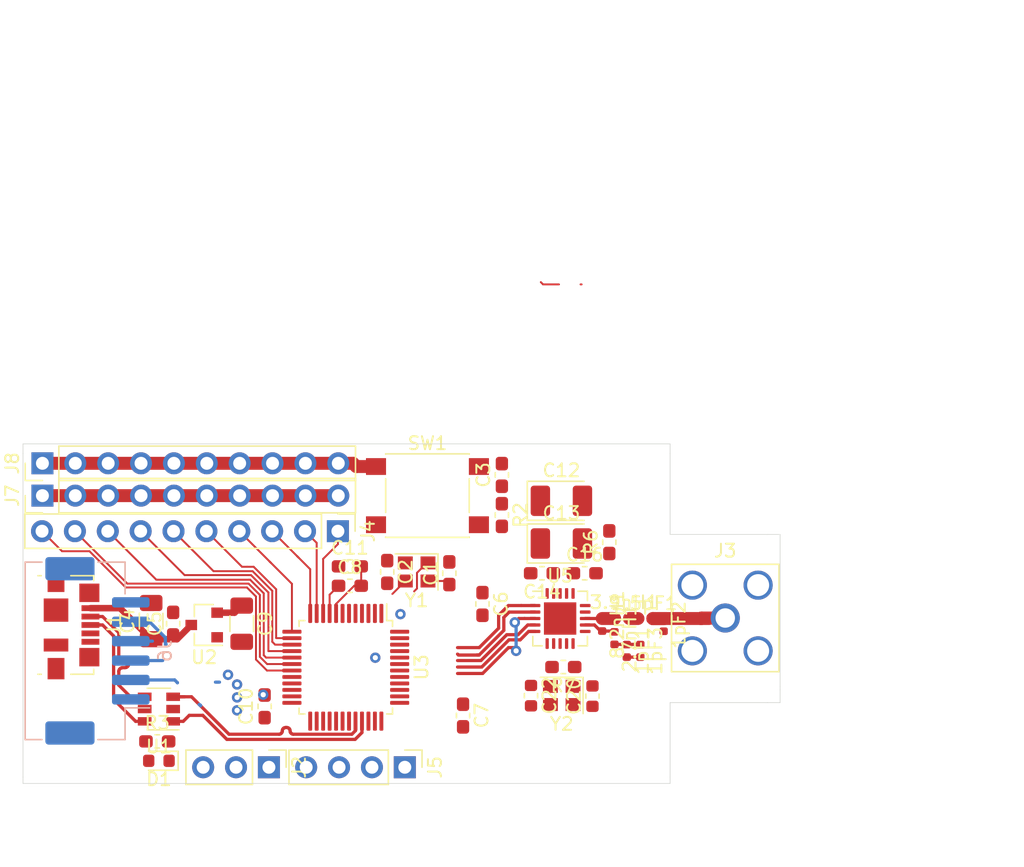
<source format=kicad_pcb>
(kicad_pcb (version 20171130) (host pcbnew "(5.1.6)-1")

  (general
    (thickness 1.6)
    (drawings 19)
    (tracks 247)
    (zones 0)
    (modules 44)
    (nets 63)
  )

  (page A4)
  (layers
    (0 F.Cu signal)
    (31 B.Cu signal)
    (32 B.Adhes user)
    (33 F.Adhes user)
    (34 B.Paste user)
    (35 F.Paste user)
    (36 B.SilkS user)
    (37 F.SilkS user)
    (38 B.Mask user)
    (39 F.Mask user)
    (40 Dwgs.User user)
    (41 Cmts.User user)
    (42 Eco1.User user)
    (43 Eco2.User user)
    (44 Edge.Cuts user)
    (45 Margin user)
    (46 B.CrtYd user)
    (47 F.CrtYd user)
    (48 B.Fab user)
    (49 F.Fab user)
  )

  (setup
    (last_trace_width 0.15)
    (user_trace_width 0.15)
    (user_trace_width 0.5)
    (user_trace_width 0.6858)
    (user_trace_width 1)
    (trace_clearance 0.15)
    (zone_clearance 0.508)
    (zone_45_only no)
    (trace_min 0.15)
    (via_size 0.8)
    (via_drill 0.4)
    (via_min_size 0.4)
    (via_min_drill 0.3)
    (uvia_size 0.3)
    (uvia_drill 0.1)
    (uvias_allowed no)
    (uvia_min_size 0.2)
    (uvia_min_drill 0.1)
    (edge_width 0.05)
    (segment_width 0.2)
    (pcb_text_width 0.3)
    (pcb_text_size 1.5 1.5)
    (mod_edge_width 0.12)
    (mod_text_size 1 1)
    (mod_text_width 0.15)
    (pad_size 1.524 1.524)
    (pad_drill 0.762)
    (pad_to_mask_clearance 0.05)
    (aux_axis_origin 0 0)
    (visible_elements 7FFFFFFF)
    (pcbplotparams
      (layerselection 0x010fc_ffffffff)
      (usegerberextensions false)
      (usegerberattributes true)
      (usegerberadvancedattributes true)
      (creategerberjobfile true)
      (excludeedgelayer true)
      (linewidth 0.100000)
      (plotframeref false)
      (viasonmask false)
      (mode 1)
      (useauxorigin false)
      (hpglpennumber 1)
      (hpglpenspeed 20)
      (hpglpendiameter 15.000000)
      (psnegative false)
      (psa4output false)
      (plotreference true)
      (plotvalue true)
      (plotinvisibletext false)
      (padsonsilk false)
      (subtractmaskfromsilk false)
      (outputformat 1)
      (mirror false)
      (drillshape 1)
      (scaleselection 1)
      (outputdirectory ""))
  )

  (net 0 "")
  (net 1 RF_out)
  (net 2 "Net-(1.5pF1-Pad1)")
  (net 3 GND)
  (net 4 TXEN)
  (net 5 "Net-(2.7nH1-Pad1)")
  (net 6 "Net-(3.9nH1-Pad1)")
  (net 7 "Net-(C1-Pad1)")
  (net 8 "Net-(C2-Pad1)")
  (net 9 NRST)
  (net 10 +5V)
  (net 11 +3V3)
  (net 12 "Net-(C20-Pad1)")
  (net 13 "Net-(C22-Pad1)")
  (net 14 "Net-(D1-Pad2)")
  (net 15 "Net-(J1-Pad6)")
  (net 16 D+)
  (net 17 "Net-(J1-Pad4)")
  (net 18 D-)
  (net 19 BOOT0)
  (net 20 P10)
  (net 21 P9)
  (net 22 P8)
  (net 23 P7)
  (net 24 P6)
  (net 25 P5)
  (net 26 P4)
  (net 27 P3)
  (net 28 P2)
  (net 29 P1)
  (net 30 SWDIO)
  (net 31 SWCLK)
  (net 32 CE)
  (net 33 "Net-(R6-Pad1)")
  (net 34 "Net-(R7-Pad2)")
  (net 35 "Net-(R7-Pad1)")
  (net 36 "Net-(U1-Pad5)")
  (net 37 USB_D-)
  (net 38 "Net-(U1-Pad2)")
  (net 39 USB_D+)
  (net 40 "Net-(U3-Pad46)")
  (net 41 "Net-(U3-Pad45)")
  (net 42 CSN)
  (net 43 MOSI)
  (net 44 MISO)
  (net 45 SCK)
  (net 46 IRQ)
  (net 47 "Net-(U3-Pad4)")
  (net 48 "Net-(U3-Pad3)")
  (net 49 "Net-(U3-Pad2)")
  (net 50 "Net-(U3-Pad1)")
  (net 51 "Net-(U3-Pad31)")
  (net 52 "Net-(U3-Pad28)")
  (net 53 "Net-(U3-Pad30)")
  (net 54 "Net-(U3-Pad29)")
  (net 55 "Net-(U3-Pad25)")
  (net 56 "Net-(U3-Pad20)")
  (net 57 UART3_TX)
  (net 58 UART3_RX)
  (net 59 UART3_CTS)
  (net 60 UART3_RTS)
  (net 61 "Net-(U3-Pad6)")
  (net 62 "Net-(U3-Pad5)")

  (net_class Default "This is the default net class."
    (clearance 0.15)
    (trace_width 0.25)
    (via_dia 0.8)
    (via_drill 0.4)
    (uvia_dia 0.3)
    (uvia_drill 0.1)
    (add_net +3V3)
    (add_net +5V)
    (add_net BOOT0)
    (add_net CE)
    (add_net CSN)
    (add_net D+)
    (add_net D-)
    (add_net GND)
    (add_net IRQ)
    (add_net MISO)
    (add_net MOSI)
    (add_net NRST)
    (add_net "Net-(1.5pF1-Pad1)")
    (add_net "Net-(2.7nH1-Pad1)")
    (add_net "Net-(3.9nH1-Pad1)")
    (add_net "Net-(C1-Pad1)")
    (add_net "Net-(C2-Pad1)")
    (add_net "Net-(C20-Pad1)")
    (add_net "Net-(C22-Pad1)")
    (add_net "Net-(D1-Pad2)")
    (add_net "Net-(J1-Pad4)")
    (add_net "Net-(J1-Pad6)")
    (add_net "Net-(R6-Pad1)")
    (add_net "Net-(R7-Pad1)")
    (add_net "Net-(R7-Pad2)")
    (add_net "Net-(U1-Pad2)")
    (add_net "Net-(U1-Pad5)")
    (add_net "Net-(U3-Pad1)")
    (add_net "Net-(U3-Pad2)")
    (add_net "Net-(U3-Pad20)")
    (add_net "Net-(U3-Pad25)")
    (add_net "Net-(U3-Pad28)")
    (add_net "Net-(U3-Pad29)")
    (add_net "Net-(U3-Pad3)")
    (add_net "Net-(U3-Pad30)")
    (add_net "Net-(U3-Pad31)")
    (add_net "Net-(U3-Pad4)")
    (add_net "Net-(U3-Pad45)")
    (add_net "Net-(U3-Pad46)")
    (add_net "Net-(U3-Pad5)")
    (add_net "Net-(U3-Pad6)")
    (add_net P1)
    (add_net P10)
    (add_net P2)
    (add_net P3)
    (add_net P4)
    (add_net P5)
    (add_net P6)
    (add_net P7)
    (add_net P8)
    (add_net P9)
    (add_net RF_out)
    (add_net SCK)
    (add_net SWCLK)
    (add_net SWDIO)
    (add_net TXEN)
    (add_net UART3_CTS)
    (add_net UART3_RTS)
    (add_net UART3_RX)
    (add_net UART3_TX)
    (add_net USB_D+)
    (add_net USB_D-)
  )

  (module Connector_PinHeader_2.54mm:PinHeader_1x10_P2.54mm_Vertical (layer F.Cu) (tedit 59FED5CC) (tstamp 5F33E789)
    (at 174.33 93.25 270)
    (descr "Through hole straight pin header, 1x10, 2.54mm pitch, single row")
    (tags "Through hole pin header THT 1x10 2.54mm single row")
    (path /5F2B694D)
    (fp_text reference J4 (at 0 -2.33 90) (layer F.SilkS)
      (effects (font (size 1 1) (thickness 0.15)))
    )
    (fp_text value Conn_01x10_Male (at 0 25.19 90) (layer F.Fab)
      (effects (font (size 1 1) (thickness 0.15)))
    )
    (fp_line (start -0.635 -1.27) (end 1.27 -1.27) (layer F.Fab) (width 0.1))
    (fp_line (start 1.27 -1.27) (end 1.27 24.13) (layer F.Fab) (width 0.1))
    (fp_line (start 1.27 24.13) (end -1.27 24.13) (layer F.Fab) (width 0.1))
    (fp_line (start -1.27 24.13) (end -1.27 -0.635) (layer F.Fab) (width 0.1))
    (fp_line (start -1.27 -0.635) (end -0.635 -1.27) (layer F.Fab) (width 0.1))
    (fp_line (start -1.33 24.19) (end 1.33 24.19) (layer F.SilkS) (width 0.12))
    (fp_line (start -1.33 1.27) (end -1.33 24.19) (layer F.SilkS) (width 0.12))
    (fp_line (start 1.33 1.27) (end 1.33 24.19) (layer F.SilkS) (width 0.12))
    (fp_line (start -1.33 1.27) (end 1.33 1.27) (layer F.SilkS) (width 0.12))
    (fp_line (start -1.33 0) (end -1.33 -1.33) (layer F.SilkS) (width 0.12))
    (fp_line (start -1.33 -1.33) (end 0 -1.33) (layer F.SilkS) (width 0.12))
    (fp_line (start -1.8 -1.8) (end -1.8 24.65) (layer F.CrtYd) (width 0.05))
    (fp_line (start -1.8 24.65) (end 1.8 24.65) (layer F.CrtYd) (width 0.05))
    (fp_line (start 1.8 24.65) (end 1.8 -1.8) (layer F.CrtYd) (width 0.05))
    (fp_line (start 1.8 -1.8) (end -1.8 -1.8) (layer F.CrtYd) (width 0.05))
    (fp_text user %R (at 0 11.43) (layer F.Fab)
      (effects (font (size 1 1) (thickness 0.15)))
    )
    (pad 10 thru_hole oval (at 0 22.86 270) (size 1.7 1.7) (drill 1) (layers *.Cu *.Mask)
      (net 20 P10))
    (pad 9 thru_hole oval (at 0 20.32 270) (size 1.7 1.7) (drill 1) (layers *.Cu *.Mask)
      (net 21 P9))
    (pad 8 thru_hole oval (at 0 17.78 270) (size 1.7 1.7) (drill 1) (layers *.Cu *.Mask)
      (net 22 P8))
    (pad 7 thru_hole oval (at 0 15.24 270) (size 1.7 1.7) (drill 1) (layers *.Cu *.Mask)
      (net 23 P7))
    (pad 6 thru_hole oval (at 0 12.7 270) (size 1.7 1.7) (drill 1) (layers *.Cu *.Mask)
      (net 24 P6))
    (pad 5 thru_hole oval (at 0 10.16 270) (size 1.7 1.7) (drill 1) (layers *.Cu *.Mask)
      (net 25 P5))
    (pad 4 thru_hole oval (at 0 7.62 270) (size 1.7 1.7) (drill 1) (layers *.Cu *.Mask)
      (net 26 P4))
    (pad 3 thru_hole oval (at 0 5.08 270) (size 1.7 1.7) (drill 1) (layers *.Cu *.Mask)
      (net 27 P3))
    (pad 2 thru_hole oval (at 0 2.54 270) (size 1.7 1.7) (drill 1) (layers *.Cu *.Mask)
      (net 28 P2))
    (pad 1 thru_hole rect (at 0 0 270) (size 1.7 1.7) (drill 1) (layers *.Cu *.Mask)
      (net 29 P1))
    (model ${KISYS3DMOD}/Connector_PinHeader_2.54mm.3dshapes/PinHeader_1x10_P2.54mm_Vertical.wrl
      (at (xyz 0 0 0))
      (scale (xyz 1 1 1))
      (rotate (xyz 0 0 0))
    )
  )

  (module Capacitor_SMD:C_0603_1608Metric_Pad1.05x0.95mm_HandSolder (layer F.Cu) (tedit 5B301BBE) (tstamp 5F354E23)
    (at 168.67 106.79 90)
    (descr "Capacitor SMD 0603 (1608 Metric), square (rectangular) end terminal, IPC_7351 nominal with elongated pad for handsoldering. (Body size source: http://www.tortai-tech.com/upload/download/2011102023233369053.pdf), generated with kicad-footprint-generator")
    (tags "capacitor handsolder")
    (path /5F478AF1)
    (attr smd)
    (fp_text reference C10 (at 0 -1.43 90) (layer F.SilkS)
      (effects (font (size 1 1) (thickness 0.15)))
    )
    (fp_text value C (at 0 1.43 90) (layer F.Fab)
      (effects (font (size 1 1) (thickness 0.15)))
    )
    (fp_line (start 1.65 0.73) (end -1.65 0.73) (layer F.CrtYd) (width 0.05))
    (fp_line (start 1.65 -0.73) (end 1.65 0.73) (layer F.CrtYd) (width 0.05))
    (fp_line (start -1.65 -0.73) (end 1.65 -0.73) (layer F.CrtYd) (width 0.05))
    (fp_line (start -1.65 0.73) (end -1.65 -0.73) (layer F.CrtYd) (width 0.05))
    (fp_line (start -0.171267 0.51) (end 0.171267 0.51) (layer F.SilkS) (width 0.12))
    (fp_line (start -0.171267 -0.51) (end 0.171267 -0.51) (layer F.SilkS) (width 0.12))
    (fp_line (start 0.8 0.4) (end -0.8 0.4) (layer F.Fab) (width 0.1))
    (fp_line (start 0.8 -0.4) (end 0.8 0.4) (layer F.Fab) (width 0.1))
    (fp_line (start -0.8 -0.4) (end 0.8 -0.4) (layer F.Fab) (width 0.1))
    (fp_line (start -0.8 0.4) (end -0.8 -0.4) (layer F.Fab) (width 0.1))
    (fp_text user %R (at 0 0 90) (layer F.Fab)
      (effects (font (size 0.4 0.4) (thickness 0.06)))
    )
    (pad 2 smd roundrect (at 0.875 0 90) (size 1.05 0.95) (layers F.Cu F.Paste F.Mask) (roundrect_rratio 0.25)
      (net 3 GND))
    (pad 1 smd roundrect (at -0.875 0 90) (size 1.05 0.95) (layers F.Cu F.Paste F.Mask) (roundrect_rratio 0.25)
      (net 11 +3V3))
    (model ${KISYS3DMOD}/Capacitor_SMD.3dshapes/C_0603_1608Metric.wrl
      (at (xyz 0 0 0))
      (scale (xyz 1 1 1))
      (rotate (xyz 0 0 0))
    )
  )

  (module Package_TO_SOT_SMD:SOT-23 (layer F.Cu) (tedit 5A02FF57) (tstamp 5F35D17B)
    (at 164 100.5 180)
    (descr "SOT-23, Standard")
    (tags SOT-23)
    (path /5F8CBB32)
    (attr smd)
    (fp_text reference U2 (at 0 -2.5) (layer F.SilkS)
      (effects (font (size 1 1) (thickness 0.15)))
    )
    (fp_text value MCP1700-3302E_SOT23 (at 0 2.5) (layer F.Fab)
      (effects (font (size 1 1) (thickness 0.15)))
    )
    (fp_line (start 0.76 1.58) (end -0.7 1.58) (layer F.SilkS) (width 0.12))
    (fp_line (start 0.76 -1.58) (end -1.4 -1.58) (layer F.SilkS) (width 0.12))
    (fp_line (start -1.7 1.75) (end -1.7 -1.75) (layer F.CrtYd) (width 0.05))
    (fp_line (start 1.7 1.75) (end -1.7 1.75) (layer F.CrtYd) (width 0.05))
    (fp_line (start 1.7 -1.75) (end 1.7 1.75) (layer F.CrtYd) (width 0.05))
    (fp_line (start -1.7 -1.75) (end 1.7 -1.75) (layer F.CrtYd) (width 0.05))
    (fp_line (start 0.76 -1.58) (end 0.76 -0.65) (layer F.SilkS) (width 0.12))
    (fp_line (start 0.76 1.58) (end 0.76 0.65) (layer F.SilkS) (width 0.12))
    (fp_line (start -0.7 1.52) (end 0.7 1.52) (layer F.Fab) (width 0.1))
    (fp_line (start 0.7 -1.52) (end 0.7 1.52) (layer F.Fab) (width 0.1))
    (fp_line (start -0.7 -0.95) (end -0.15 -1.52) (layer F.Fab) (width 0.1))
    (fp_line (start -0.15 -1.52) (end 0.7 -1.52) (layer F.Fab) (width 0.1))
    (fp_line (start -0.7 -0.95) (end -0.7 1.5) (layer F.Fab) (width 0.1))
    (fp_text user %R (at 0 0 90) (layer F.Fab)
      (effects (font (size 0.5 0.5) (thickness 0.075)))
    )
    (pad 3 smd rect (at 1 0 180) (size 0.9 0.8) (layers F.Cu F.Paste F.Mask)
      (net 10 +5V))
    (pad 2 smd rect (at -1 0.95 180) (size 0.9 0.8) (layers F.Cu F.Paste F.Mask)
      (net 11 +3V3))
    (pad 1 smd rect (at -1 -0.95 180) (size 0.9 0.8) (layers F.Cu F.Paste F.Mask)
      (net 3 GND))
    (model ${KISYS3DMOD}/Package_TO_SOT_SMD.3dshapes/SOT-23.wrl
      (at (xyz 0 0 0))
      (scale (xyz 1 1 1))
      (rotate (xyz 0 0 0))
    )
  )

  (module Connector_Coaxial:SMA_Amphenol_132203-12_Horizontal (layer F.Cu) (tedit 5CF42CD6) (tstamp 5F35B8D8)
    (at 204.26 99.96 270)
    (descr https://www.amphenolrf.com/media/downloads/1769/132203-12.pdf)
    (tags "SMA THT Female Jack Horizontal")
    (path /5F2F2255)
    (fp_text reference J3 (at -5.2 0) (layer F.SilkS)
      (effects (font (size 1 1) (thickness 0.15)))
    )
    (fp_text value Conn_Coaxial (at 0 5 90) (layer F.Fab)
      (effects (font (size 1 1) (thickness 0.15)))
    )
    (fp_line (start -3.175 -5.998) (end 3.175 -6.704) (layer F.Fab) (width 0.1))
    (fp_line (start -3.175 -6.704) (end 3.175 -7.41) (layer F.Fab) (width 0.1))
    (fp_line (start -3.175 -7.41) (end 3.175 -8.116) (layer F.Fab) (width 0.1))
    (fp_line (start -3.175 -8.116) (end 3.175 -8.822) (layer F.Fab) (width 0.1))
    (fp_line (start -3.175 -8.822) (end 3.175 -9.528) (layer F.Fab) (width 0.1))
    (fp_line (start -3.175 -9.528) (end 3.175 -10.234) (layer F.Fab) (width 0.1))
    (fp_line (start -3.175 -10.234) (end 3.175 -10.94) (layer F.Fab) (width 0.1))
    (fp_line (start -3.175 -10.94) (end 3.175 -11.646) (layer F.Fab) (width 0.1))
    (fp_line (start -3.175 -11.646) (end 3.175 -12.352) (layer F.Fab) (width 0.1))
    (fp_line (start -3.175 -12.352) (end 3.175 -13.058) (layer F.Fab) (width 0.1))
    (fp_line (start -3.175 -13.058) (end 3.175 -13.764) (layer F.Fab) (width 0.1))
    (fp_line (start -3.175 -13.764) (end 3.175 -14.47) (layer F.Fab) (width 0.1))
    (fp_line (start -3.175 -14.47) (end 3.175 -15.176) (layer F.Fab) (width 0.1))
    (fp_line (start -3.175 -15.176) (end 3.175 -15.882) (layer F.Fab) (width 0.1))
    (fp_line (start -3.175 -15.882) (end 3.175 -16.588) (layer F.Fab) (width 0.1))
    (fp_line (start -3.175 -16.588) (end 3.175 -17.294) (layer F.Fab) (width 0.1))
    (fp_line (start -3.175 -17.294) (end 3.175 -18) (layer F.Fab) (width 0.1))
    (fp_line (start 4.5 4.5) (end -4.5 4.5) (layer F.CrtYd) (width 0.05))
    (fp_line (start 4.5 4.5) (end 4.5 -20) (layer F.CrtYd) (width 0.05))
    (fp_line (start -4.5 -20) (end -4.5 4.5) (layer F.CrtYd) (width 0.05))
    (fp_line (start -4.5 -20) (end 4.5 -20) (layer F.CrtYd) (width 0.05))
    (fp_line (start -4 -4) (end -4 4) (layer F.Fab) (width 0.1))
    (fp_line (start -4 4) (end 4 4) (layer F.Fab) (width 0.1))
    (fp_line (start 4 -4) (end 4 4) (layer F.Fab) (width 0.1))
    (fp_line (start -4.15 -4.15) (end -4.15 4.15) (layer F.SilkS) (width 0.12))
    (fp_line (start 4.15 -4.15) (end 4.15 4.15) (layer F.SilkS) (width 0.12))
    (fp_line (start -4.15 4.15) (end 4.15 4.15) (layer F.SilkS) (width 0.12))
    (fp_line (start -4.15 -4.15) (end 4.15 -4.15) (layer F.SilkS) (width 0.12))
    (fp_line (start -3.175 -19.5) (end 3.175 -19.5) (layer F.Fab) (width 0.1))
    (fp_line (start -3.175 -19.5) (end -3.175 -5.07) (layer F.Fab) (width 0.1))
    (fp_line (start 3.175 -19.5) (end 3.175 -5.07) (layer F.Fab) (width 0.1))
    (fp_line (start 3.9 -4) (end 3.9 -5.07) (layer F.Fab) (width 0.1))
    (fp_line (start 3.9 -5.07) (end -3.9 -5.07) (layer F.Fab) (width 0.1))
    (fp_line (start -3.9 -5.07) (end -3.9 -4) (layer F.Fab) (width 0.1))
    (fp_line (start -4 -4) (end 4 -4) (layer F.Fab) (width 0.1))
    (fp_line (start -3.175 -18) (end 3.175 -18.706) (layer F.Fab) (width 0.1))
    (fp_text user %R (at 0 0 90) (layer F.Fab)
      (effects (font (size 1 1) (thickness 0.15)))
    )
    (pad 1 thru_hole circle (at 0 0 270) (size 2.25 2.25) (drill 1.5) (layers *.Cu *.Mask)
      (net 1 RF_out))
    (pad 2 thru_hole circle (at 2.54 2.54) (size 2.25 2.25) (drill 1.7) (layers *.Cu *.Mask)
      (net 3 GND))
    (pad 2 thru_hole circle (at 2.54 -2.54 270) (size 2.25 2.25) (drill 1.7) (layers *.Cu *.Mask)
      (net 3 GND))
    (pad 2 thru_hole circle (at -2.54 -2.54 270) (size 2.25 2.25) (drill 1.7) (layers *.Cu *.Mask)
      (net 3 GND))
    (pad 2 thru_hole circle (at -2.54 2.54 270) (size 2.25 2.25) (drill 1.7) (layers *.Cu *.Mask)
      (net 3 GND))
    (model ${KISYS3DMOD}/Connector_Coaxial.3dshapes/SMA_Amphenol_132203-12_Horizontal.wrl
      (at (xyz 0 0 0))
      (scale (xyz 1 1 1))
      (rotate (xyz 0 0 0))
    )
    (model C:/Users/UAD81HC/Downloads/SMA-angled.STEP
      (at (xyz 0 0 0))
      (scale (xyz 1 1 1))
      (rotate (xyz 0 0 0))
    )
  )

  (module Connector_PinHeader_2.54mm:PinHeader_1x10_P2.54mm_Vertical (layer F.Cu) (tedit 59FED5CC) (tstamp 5F356507)
    (at 151.5 88 90)
    (descr "Through hole straight pin header, 1x10, 2.54mm pitch, single row")
    (tags "Through hole pin header THT 1x10 2.54mm single row")
    (path /5F82A47D)
    (fp_text reference J8 (at 0 -2.33 90) (layer F.SilkS)
      (effects (font (size 1 1) (thickness 0.15)))
    )
    (fp_text value Conn_01x10_Male (at 0 25.19 90) (layer F.Fab)
      (effects (font (size 1 1) (thickness 0.15)))
    )
    (fp_line (start 1.8 -1.8) (end -1.8 -1.8) (layer F.CrtYd) (width 0.05))
    (fp_line (start 1.8 24.65) (end 1.8 -1.8) (layer F.CrtYd) (width 0.05))
    (fp_line (start -1.8 24.65) (end 1.8 24.65) (layer F.CrtYd) (width 0.05))
    (fp_line (start -1.8 -1.8) (end -1.8 24.65) (layer F.CrtYd) (width 0.05))
    (fp_line (start -1.33 -1.33) (end 0 -1.33) (layer F.SilkS) (width 0.12))
    (fp_line (start -1.33 0) (end -1.33 -1.33) (layer F.SilkS) (width 0.12))
    (fp_line (start -1.33 1.27) (end 1.33 1.27) (layer F.SilkS) (width 0.12))
    (fp_line (start 1.33 1.27) (end 1.33 24.19) (layer F.SilkS) (width 0.12))
    (fp_line (start -1.33 1.27) (end -1.33 24.19) (layer F.SilkS) (width 0.12))
    (fp_line (start -1.33 24.19) (end 1.33 24.19) (layer F.SilkS) (width 0.12))
    (fp_line (start -1.27 -0.635) (end -0.635 -1.27) (layer F.Fab) (width 0.1))
    (fp_line (start -1.27 24.13) (end -1.27 -0.635) (layer F.Fab) (width 0.1))
    (fp_line (start 1.27 24.13) (end -1.27 24.13) (layer F.Fab) (width 0.1))
    (fp_line (start 1.27 -1.27) (end 1.27 24.13) (layer F.Fab) (width 0.1))
    (fp_line (start -0.635 -1.27) (end 1.27 -1.27) (layer F.Fab) (width 0.1))
    (fp_text user %R (at 0 11.43) (layer F.Fab)
      (effects (font (size 1 1) (thickness 0.15)))
    )
    (pad 10 thru_hole oval (at 0 22.86 90) (size 1.7 1.7) (drill 1) (layers *.Cu *.Mask)
      (net 3 GND))
    (pad 9 thru_hole oval (at 0 20.32 90) (size 1.7 1.7) (drill 1) (layers *.Cu *.Mask)
      (net 3 GND))
    (pad 8 thru_hole oval (at 0 17.78 90) (size 1.7 1.7) (drill 1) (layers *.Cu *.Mask)
      (net 3 GND))
    (pad 7 thru_hole oval (at 0 15.24 90) (size 1.7 1.7) (drill 1) (layers *.Cu *.Mask)
      (net 3 GND))
    (pad 6 thru_hole oval (at 0 12.7 90) (size 1.7 1.7) (drill 1) (layers *.Cu *.Mask)
      (net 3 GND))
    (pad 5 thru_hole oval (at 0 10.16 90) (size 1.7 1.7) (drill 1) (layers *.Cu *.Mask)
      (net 3 GND))
    (pad 4 thru_hole oval (at 0 7.62 90) (size 1.7 1.7) (drill 1) (layers *.Cu *.Mask)
      (net 3 GND))
    (pad 3 thru_hole oval (at 0 5.08 90) (size 1.7 1.7) (drill 1) (layers *.Cu *.Mask)
      (net 3 GND))
    (pad 2 thru_hole oval (at 0 2.54 90) (size 1.7 1.7) (drill 1) (layers *.Cu *.Mask)
      (net 3 GND))
    (pad 1 thru_hole rect (at 0 0 90) (size 1.7 1.7) (drill 1) (layers *.Cu *.Mask)
      (net 3 GND))
    (model ${KISYS3DMOD}/Connector_PinHeader_2.54mm.3dshapes/PinHeader_1x10_P2.54mm_Vertical.wrl
      (at (xyz 0 0 0))
      (scale (xyz 1 1 1))
      (rotate (xyz 0 0 0))
    )
  )

  (module Connector_PinHeader_2.54mm:PinHeader_1x10_P2.54mm_Vertical (layer F.Cu) (tedit 59FED5CC) (tstamp 5F3564E9)
    (at 151.5 90.5 90)
    (descr "Through hole straight pin header, 1x10, 2.54mm pitch, single row")
    (tags "Through hole pin header THT 1x10 2.54mm single row")
    (path /5F81CBEA)
    (fp_text reference J7 (at 0 -2.33 90) (layer F.SilkS)
      (effects (font (size 1 1) (thickness 0.15)))
    )
    (fp_text value Conn_01x10_Male (at 0 25.19 90) (layer F.Fab)
      (effects (font (size 1 1) (thickness 0.15)))
    )
    (fp_line (start 1.8 -1.8) (end -1.8 -1.8) (layer F.CrtYd) (width 0.05))
    (fp_line (start 1.8 24.65) (end 1.8 -1.8) (layer F.CrtYd) (width 0.05))
    (fp_line (start -1.8 24.65) (end 1.8 24.65) (layer F.CrtYd) (width 0.05))
    (fp_line (start -1.8 -1.8) (end -1.8 24.65) (layer F.CrtYd) (width 0.05))
    (fp_line (start -1.33 -1.33) (end 0 -1.33) (layer F.SilkS) (width 0.12))
    (fp_line (start -1.33 0) (end -1.33 -1.33) (layer F.SilkS) (width 0.12))
    (fp_line (start -1.33 1.27) (end 1.33 1.27) (layer F.SilkS) (width 0.12))
    (fp_line (start 1.33 1.27) (end 1.33 24.19) (layer F.SilkS) (width 0.12))
    (fp_line (start -1.33 1.27) (end -1.33 24.19) (layer F.SilkS) (width 0.12))
    (fp_line (start -1.33 24.19) (end 1.33 24.19) (layer F.SilkS) (width 0.12))
    (fp_line (start -1.27 -0.635) (end -0.635 -1.27) (layer F.Fab) (width 0.1))
    (fp_line (start -1.27 24.13) (end -1.27 -0.635) (layer F.Fab) (width 0.1))
    (fp_line (start 1.27 24.13) (end -1.27 24.13) (layer F.Fab) (width 0.1))
    (fp_line (start 1.27 -1.27) (end 1.27 24.13) (layer F.Fab) (width 0.1))
    (fp_line (start -0.635 -1.27) (end 1.27 -1.27) (layer F.Fab) (width 0.1))
    (fp_text user %R (at 0 11.43) (layer F.Fab)
      (effects (font (size 1 1) (thickness 0.15)))
    )
    (pad 10 thru_hole oval (at 0 22.86 90) (size 1.7 1.7) (drill 1) (layers *.Cu *.Mask)
      (net 11 +3V3))
    (pad 9 thru_hole oval (at 0 20.32 90) (size 1.7 1.7) (drill 1) (layers *.Cu *.Mask)
      (net 11 +3V3))
    (pad 8 thru_hole oval (at 0 17.78 90) (size 1.7 1.7) (drill 1) (layers *.Cu *.Mask)
      (net 11 +3V3))
    (pad 7 thru_hole oval (at 0 15.24 90) (size 1.7 1.7) (drill 1) (layers *.Cu *.Mask)
      (net 11 +3V3))
    (pad 6 thru_hole oval (at 0 12.7 90) (size 1.7 1.7) (drill 1) (layers *.Cu *.Mask)
      (net 11 +3V3))
    (pad 5 thru_hole oval (at 0 10.16 90) (size 1.7 1.7) (drill 1) (layers *.Cu *.Mask)
      (net 11 +3V3))
    (pad 4 thru_hole oval (at 0 7.62 90) (size 1.7 1.7) (drill 1) (layers *.Cu *.Mask)
      (net 11 +3V3))
    (pad 3 thru_hole oval (at 0 5.08 90) (size 1.7 1.7) (drill 1) (layers *.Cu *.Mask)
      (net 11 +3V3))
    (pad 2 thru_hole oval (at 0 2.54 90) (size 1.7 1.7) (drill 1) (layers *.Cu *.Mask)
      (net 11 +3V3))
    (pad 1 thru_hole rect (at 0 0 90) (size 1.7 1.7) (drill 1) (layers *.Cu *.Mask)
      (net 11 +3V3))
    (model ${KISYS3DMOD}/Connector_PinHeader_2.54mm.3dshapes/PinHeader_1x10_P2.54mm_Vertical.wrl
      (at (xyz 0 0 0))
      (scale (xyz 1 1 1))
      (rotate (xyz 0 0 0))
    )
  )

  (module Resistor_SMD:R_0603_1608Metric_Pad1.05x0.95mm_HandSolder (layer F.Cu) (tedit 5B301BBD) (tstamp 5F355061)
    (at 195.3 94.1 90)
    (descr "Resistor SMD 0603 (1608 Metric), square (rectangular) end terminal, IPC_7351 nominal with elongated pad for handsoldering. (Body size source: http://www.tortai-tech.com/upload/download/2011102023233369053.pdf), generated with kicad-footprint-generator")
    (tags "resistor handsolder")
    (path /5F1AF34A)
    (attr smd)
    (fp_text reference R6 (at 0 -1.43 90) (layer F.SilkS)
      (effects (font (size 1 1) (thickness 0.15)))
    )
    (fp_text value R (at 0 1.43 90) (layer F.Fab)
      (effects (font (size 1 1) (thickness 0.15)))
    )
    (fp_line (start 1.65 0.73) (end -1.65 0.73) (layer F.CrtYd) (width 0.05))
    (fp_line (start 1.65 -0.73) (end 1.65 0.73) (layer F.CrtYd) (width 0.05))
    (fp_line (start -1.65 -0.73) (end 1.65 -0.73) (layer F.CrtYd) (width 0.05))
    (fp_line (start -1.65 0.73) (end -1.65 -0.73) (layer F.CrtYd) (width 0.05))
    (fp_line (start -0.171267 0.51) (end 0.171267 0.51) (layer F.SilkS) (width 0.12))
    (fp_line (start -0.171267 -0.51) (end 0.171267 -0.51) (layer F.SilkS) (width 0.12))
    (fp_line (start 0.8 0.4) (end -0.8 0.4) (layer F.Fab) (width 0.1))
    (fp_line (start 0.8 -0.4) (end 0.8 0.4) (layer F.Fab) (width 0.1))
    (fp_line (start -0.8 -0.4) (end 0.8 -0.4) (layer F.Fab) (width 0.1))
    (fp_line (start -0.8 0.4) (end -0.8 -0.4) (layer F.Fab) (width 0.1))
    (fp_text user %R (at 0 0 90) (layer F.Fab)
      (effects (font (size 0.4 0.4) (thickness 0.06)))
    )
    (pad 2 smd roundrect (at 0.875 0 90) (size 1.05 0.95) (layers F.Cu F.Paste F.Mask) (roundrect_rratio 0.25)
      (net 3 GND))
    (pad 1 smd roundrect (at -0.875 0 90) (size 1.05 0.95) (layers F.Cu F.Paste F.Mask) (roundrect_rratio 0.25)
      (net 33 "Net-(R6-Pad1)"))
    (model ${KISYS3DMOD}/Resistor_SMD.3dshapes/R_0603_1608Metric.wrl
      (at (xyz 0 0 0))
      (scale (xyz 1 1 1))
      (rotate (xyz 0 0 0))
    )
  )

  (module Resistor_SMD:R_0603_1608Metric_Pad1.05x0.95mm_HandSolder (layer F.Cu) (tedit 5B301BBD) (tstamp 5F355030)
    (at 187 92 270)
    (descr "Resistor SMD 0603 (1608 Metric), square (rectangular) end terminal, IPC_7351 nominal with elongated pad for handsoldering. (Body size source: http://www.tortai-tech.com/upload/download/2011102023233369053.pdf), generated with kicad-footprint-generator")
    (tags "resistor handsolder")
    (path /5F4AE03A)
    (attr smd)
    (fp_text reference R2 (at 0 -1.43 90) (layer F.SilkS)
      (effects (font (size 1 1) (thickness 0.15)))
    )
    (fp_text value R (at 0 1.43 90) (layer F.Fab)
      (effects (font (size 1 1) (thickness 0.15)))
    )
    (fp_line (start 1.65 0.73) (end -1.65 0.73) (layer F.CrtYd) (width 0.05))
    (fp_line (start 1.65 -0.73) (end 1.65 0.73) (layer F.CrtYd) (width 0.05))
    (fp_line (start -1.65 -0.73) (end 1.65 -0.73) (layer F.CrtYd) (width 0.05))
    (fp_line (start -1.65 0.73) (end -1.65 -0.73) (layer F.CrtYd) (width 0.05))
    (fp_line (start -0.171267 0.51) (end 0.171267 0.51) (layer F.SilkS) (width 0.12))
    (fp_line (start -0.171267 -0.51) (end 0.171267 -0.51) (layer F.SilkS) (width 0.12))
    (fp_line (start 0.8 0.4) (end -0.8 0.4) (layer F.Fab) (width 0.1))
    (fp_line (start 0.8 -0.4) (end 0.8 0.4) (layer F.Fab) (width 0.1))
    (fp_line (start -0.8 -0.4) (end 0.8 -0.4) (layer F.Fab) (width 0.1))
    (fp_line (start -0.8 0.4) (end -0.8 -0.4) (layer F.Fab) (width 0.1))
    (fp_text user %R (at 0 0 90) (layer F.Fab)
      (effects (font (size 0.4 0.4) (thickness 0.06)))
    )
    (pad 2 smd roundrect (at 0.875 0 270) (size 1.05 0.95) (layers F.Cu F.Paste F.Mask) (roundrect_rratio 0.25)
      (net 9 NRST))
    (pad 1 smd roundrect (at -0.875 0 270) (size 1.05 0.95) (layers F.Cu F.Paste F.Mask) (roundrect_rratio 0.25)
      (net 11 +3V3))
    (model ${KISYS3DMOD}/Resistor_SMD.3dshapes/R_0603_1608Metric.wrl
      (at (xyz 0 0 0))
      (scale (xyz 1 1 1))
      (rotate (xyz 0 0 0))
    )
  )

  (module Capacitor_SMD:C_0603_1608Metric_Pad1.05x0.95mm_HandSolder (layer F.Cu) (tedit 5B301BBE) (tstamp 5F354E69)
    (at 193.4 96.5)
    (descr "Capacitor SMD 0603 (1608 Metric), square (rectangular) end terminal, IPC_7351 nominal with elongated pad for handsoldering. (Body size source: http://www.tortai-tech.com/upload/download/2011102023233369053.pdf), generated with kicad-footprint-generator")
    (tags "capacitor handsolder")
    (path /5F1AB75E)
    (attr smd)
    (fp_text reference C16 (at 0 -1.43) (layer F.SilkS)
      (effects (font (size 1 1) (thickness 0.15)))
    )
    (fp_text value C (at 0 1.43) (layer F.Fab)
      (effects (font (size 1 1) (thickness 0.15)))
    )
    (fp_line (start 1.65 0.73) (end -1.65 0.73) (layer F.CrtYd) (width 0.05))
    (fp_line (start 1.65 -0.73) (end 1.65 0.73) (layer F.CrtYd) (width 0.05))
    (fp_line (start -1.65 -0.73) (end 1.65 -0.73) (layer F.CrtYd) (width 0.05))
    (fp_line (start -1.65 0.73) (end -1.65 -0.73) (layer F.CrtYd) (width 0.05))
    (fp_line (start -0.171267 0.51) (end 0.171267 0.51) (layer F.SilkS) (width 0.12))
    (fp_line (start -0.171267 -0.51) (end 0.171267 -0.51) (layer F.SilkS) (width 0.12))
    (fp_line (start 0.8 0.4) (end -0.8 0.4) (layer F.Fab) (width 0.1))
    (fp_line (start 0.8 -0.4) (end 0.8 0.4) (layer F.Fab) (width 0.1))
    (fp_line (start -0.8 -0.4) (end 0.8 -0.4) (layer F.Fab) (width 0.1))
    (fp_line (start -0.8 0.4) (end -0.8 -0.4) (layer F.Fab) (width 0.1))
    (fp_text user %R (at 0 0) (layer F.Fab)
      (effects (font (size 0.4 0.4) (thickness 0.06)))
    )
    (pad 2 smd roundrect (at 0.875 0) (size 1.05 0.95) (layers F.Cu F.Paste F.Mask) (roundrect_rratio 0.25)
      (net 3 GND))
    (pad 1 smd roundrect (at -0.875 0) (size 1.05 0.95) (layers F.Cu F.Paste F.Mask) (roundrect_rratio 0.25)
      (net 11 +3V3))
    (model ${KISYS3DMOD}/Capacitor_SMD.3dshapes/C_0603_1608Metric.wrl
      (at (xyz 0 0 0))
      (scale (xyz 1 1 1))
      (rotate (xyz 0 0 0))
    )
  )

  (module Capacitor_SMD:C_0603_1608Metric_Pad1.05x0.95mm_HandSolder (layer F.Cu) (tedit 5B301BBE) (tstamp 5F354E58)
    (at 190.1 96.5 180)
    (descr "Capacitor SMD 0603 (1608 Metric), square (rectangular) end terminal, IPC_7351 nominal with elongated pad for handsoldering. (Body size source: http://www.tortai-tech.com/upload/download/2011102023233369053.pdf), generated with kicad-footprint-generator")
    (tags "capacitor handsolder")
    (path /5F1ABD70)
    (attr smd)
    (fp_text reference C14 (at 0 -1.43) (layer F.SilkS)
      (effects (font (size 1 1) (thickness 0.15)))
    )
    (fp_text value C (at 0 1.43) (layer F.Fab)
      (effects (font (size 1 1) (thickness 0.15)))
    )
    (fp_line (start 1.65 0.73) (end -1.65 0.73) (layer F.CrtYd) (width 0.05))
    (fp_line (start 1.65 -0.73) (end 1.65 0.73) (layer F.CrtYd) (width 0.05))
    (fp_line (start -1.65 -0.73) (end 1.65 -0.73) (layer F.CrtYd) (width 0.05))
    (fp_line (start -1.65 0.73) (end -1.65 -0.73) (layer F.CrtYd) (width 0.05))
    (fp_line (start -0.171267 0.51) (end 0.171267 0.51) (layer F.SilkS) (width 0.12))
    (fp_line (start -0.171267 -0.51) (end 0.171267 -0.51) (layer F.SilkS) (width 0.12))
    (fp_line (start 0.8 0.4) (end -0.8 0.4) (layer F.Fab) (width 0.1))
    (fp_line (start 0.8 -0.4) (end 0.8 0.4) (layer F.Fab) (width 0.1))
    (fp_line (start -0.8 -0.4) (end 0.8 -0.4) (layer F.Fab) (width 0.1))
    (fp_line (start -0.8 0.4) (end -0.8 -0.4) (layer F.Fab) (width 0.1))
    (fp_text user %R (at 0 0) (layer F.Fab)
      (effects (font (size 0.4 0.4) (thickness 0.06)))
    )
    (pad 2 smd roundrect (at 0.875 0 180) (size 1.05 0.95) (layers F.Cu F.Paste F.Mask) (roundrect_rratio 0.25)
      (net 3 GND))
    (pad 1 smd roundrect (at -0.875 0 180) (size 1.05 0.95) (layers F.Cu F.Paste F.Mask) (roundrect_rratio 0.25)
      (net 11 +3V3))
    (model ${KISYS3DMOD}/Capacitor_SMD.3dshapes/C_0603_1608Metric.wrl
      (at (xyz 0 0 0))
      (scale (xyz 1 1 1))
      (rotate (xyz 0 0 0))
    )
  )

  (module Capacitor_Tantalum_SMD:CP_EIA-3528-12_Kemet-T_Pad1.50x2.35mm_HandSolder (layer F.Cu) (tedit 5B342532) (tstamp 5F354E47)
    (at 191.6 90.9)
    (descr "Tantalum Capacitor SMD Kemet-T (3528-12 Metric), IPC_7351 nominal, (Body size from: http://www.kemet.com/Lists/ProductCatalog/Attachments/253/KEM_TC101_STD.pdf), generated with kicad-footprint-generator")
    (tags "capacitor tantalum")
    (path /5F1BD611)
    (attr smd)
    (fp_text reference C12 (at 0 -2.35) (layer F.SilkS)
      (effects (font (size 1 1) (thickness 0.15)))
    )
    (fp_text value C (at 0 2.35) (layer F.Fab)
      (effects (font (size 1 1) (thickness 0.15)))
    )
    (fp_line (start 2.62 1.65) (end -2.62 1.65) (layer F.CrtYd) (width 0.05))
    (fp_line (start 2.62 -1.65) (end 2.62 1.65) (layer F.CrtYd) (width 0.05))
    (fp_line (start -2.62 -1.65) (end 2.62 -1.65) (layer F.CrtYd) (width 0.05))
    (fp_line (start -2.62 1.65) (end -2.62 -1.65) (layer F.CrtYd) (width 0.05))
    (fp_line (start -2.635 1.51) (end 1.75 1.51) (layer F.SilkS) (width 0.12))
    (fp_line (start -2.635 -1.51) (end -2.635 1.51) (layer F.SilkS) (width 0.12))
    (fp_line (start 1.75 -1.51) (end -2.635 -1.51) (layer F.SilkS) (width 0.12))
    (fp_line (start 1.75 1.4) (end 1.75 -1.4) (layer F.Fab) (width 0.1))
    (fp_line (start -1.75 1.4) (end 1.75 1.4) (layer F.Fab) (width 0.1))
    (fp_line (start -1.75 -0.7) (end -1.75 1.4) (layer F.Fab) (width 0.1))
    (fp_line (start -1.05 -1.4) (end -1.75 -0.7) (layer F.Fab) (width 0.1))
    (fp_line (start 1.75 -1.4) (end -1.05 -1.4) (layer F.Fab) (width 0.1))
    (fp_text user %R (at 0 0) (layer F.Fab)
      (effects (font (size 0.88 0.88) (thickness 0.13)))
    )
    (pad 2 smd roundrect (at 1.625 0) (size 1.5 2.35) (layers F.Cu F.Paste F.Mask) (roundrect_rratio 0.166667)
      (net 3 GND))
    (pad 1 smd roundrect (at -1.625 0) (size 1.5 2.35) (layers F.Cu F.Paste F.Mask) (roundrect_rratio 0.166667)
      (net 11 +3V3))
    (model ${KISYS3DMOD}/Capacitor_Tantalum_SMD.3dshapes/CP_EIA-3528-12_Kemet-T.wrl
      (at (xyz 0 0 0))
      (scale (xyz 1 1 1))
      (rotate (xyz 0 0 0))
    )
  )

  (module Capacitor_SMD:C_0603_1608Metric_Pad1.05x0.95mm_HandSolder (layer F.Cu) (tedit 5B301BBE) (tstamp 5F354E34)
    (at 175.255 95.97)
    (descr "Capacitor SMD 0603 (1608 Metric), square (rectangular) end terminal, IPC_7351 nominal with elongated pad for handsoldering. (Body size source: http://www.tortai-tech.com/upload/download/2011102023233369053.pdf), generated with kicad-footprint-generator")
    (tags "capacitor handsolder")
    (path /5F478AEB)
    (attr smd)
    (fp_text reference C11 (at 0 -1.43) (layer F.SilkS)
      (effects (font (size 1 1) (thickness 0.15)))
    )
    (fp_text value C (at 0 1.43) (layer F.Fab)
      (effects (font (size 1 1) (thickness 0.15)))
    )
    (fp_line (start 1.65 0.73) (end -1.65 0.73) (layer F.CrtYd) (width 0.05))
    (fp_line (start 1.65 -0.73) (end 1.65 0.73) (layer F.CrtYd) (width 0.05))
    (fp_line (start -1.65 -0.73) (end 1.65 -0.73) (layer F.CrtYd) (width 0.05))
    (fp_line (start -1.65 0.73) (end -1.65 -0.73) (layer F.CrtYd) (width 0.05))
    (fp_line (start -0.171267 0.51) (end 0.171267 0.51) (layer F.SilkS) (width 0.12))
    (fp_line (start -0.171267 -0.51) (end 0.171267 -0.51) (layer F.SilkS) (width 0.12))
    (fp_line (start 0.8 0.4) (end -0.8 0.4) (layer F.Fab) (width 0.1))
    (fp_line (start 0.8 -0.4) (end 0.8 0.4) (layer F.Fab) (width 0.1))
    (fp_line (start -0.8 -0.4) (end 0.8 -0.4) (layer F.Fab) (width 0.1))
    (fp_line (start -0.8 0.4) (end -0.8 -0.4) (layer F.Fab) (width 0.1))
    (fp_text user %R (at 0 0) (layer F.Fab)
      (effects (font (size 0.4 0.4) (thickness 0.06)))
    )
    (pad 2 smd roundrect (at 0.875 0) (size 1.05 0.95) (layers F.Cu F.Paste F.Mask) (roundrect_rratio 0.25)
      (net 3 GND))
    (pad 1 smd roundrect (at -0.875 0) (size 1.05 0.95) (layers F.Cu F.Paste F.Mask) (roundrect_rratio 0.25)
      (net 11 +3V3))
    (model ${KISYS3DMOD}/Capacitor_SMD.3dshapes/C_0603_1608Metric.wrl
      (at (xyz 0 0 0))
      (scale (xyz 1 1 1))
      (rotate (xyz 0 0 0))
    )
  )

  (module Capacitor_SMD:C_0603_1608Metric_Pad1.05x0.95mm_HandSolder (layer F.Cu) (tedit 5B301BBE) (tstamp 5F354DF2)
    (at 175.255 97.47)
    (descr "Capacitor SMD 0603 (1608 Metric), square (rectangular) end terminal, IPC_7351 nominal with elongated pad for handsoldering. (Body size source: http://www.tortai-tech.com/upload/download/2011102023233369053.pdf), generated with kicad-footprint-generator")
    (tags "capacitor handsolder")
    (path /5F471439)
    (attr smd)
    (fp_text reference C8 (at 0 -1.43) (layer F.SilkS)
      (effects (font (size 1 1) (thickness 0.15)))
    )
    (fp_text value C (at 0 1.43) (layer F.Fab)
      (effects (font (size 1 1) (thickness 0.15)))
    )
    (fp_line (start 1.65 0.73) (end -1.65 0.73) (layer F.CrtYd) (width 0.05))
    (fp_line (start 1.65 -0.73) (end 1.65 0.73) (layer F.CrtYd) (width 0.05))
    (fp_line (start -1.65 -0.73) (end 1.65 -0.73) (layer F.CrtYd) (width 0.05))
    (fp_line (start -1.65 0.73) (end -1.65 -0.73) (layer F.CrtYd) (width 0.05))
    (fp_line (start -0.171267 0.51) (end 0.171267 0.51) (layer F.SilkS) (width 0.12))
    (fp_line (start -0.171267 -0.51) (end 0.171267 -0.51) (layer F.SilkS) (width 0.12))
    (fp_line (start 0.8 0.4) (end -0.8 0.4) (layer F.Fab) (width 0.1))
    (fp_line (start 0.8 -0.4) (end 0.8 0.4) (layer F.Fab) (width 0.1))
    (fp_line (start -0.8 -0.4) (end 0.8 -0.4) (layer F.Fab) (width 0.1))
    (fp_line (start -0.8 0.4) (end -0.8 -0.4) (layer F.Fab) (width 0.1))
    (fp_text user %R (at 0 0) (layer F.Fab)
      (effects (font (size 0.4 0.4) (thickness 0.06)))
    )
    (pad 2 smd roundrect (at 0.875 0) (size 1.05 0.95) (layers F.Cu F.Paste F.Mask) (roundrect_rratio 0.25)
      (net 3 GND))
    (pad 1 smd roundrect (at -0.875 0) (size 1.05 0.95) (layers F.Cu F.Paste F.Mask) (roundrect_rratio 0.25)
      (net 11 +3V3))
    (model ${KISYS3DMOD}/Capacitor_SMD.3dshapes/C_0603_1608Metric.wrl
      (at (xyz 0 0 0))
      (scale (xyz 1 1 1))
      (rotate (xyz 0 0 0))
    )
  )

  (module Capacitor_SMD:C_0603_1608Metric_Pad1.05x0.95mm_HandSolder (layer F.Cu) (tedit 5B301BBE) (tstamp 5F354DE1)
    (at 184 107.5 270)
    (descr "Capacitor SMD 0603 (1608 Metric), square (rectangular) end terminal, IPC_7351 nominal with elongated pad for handsoldering. (Body size source: http://www.tortai-tech.com/upload/download/2011102023233369053.pdf), generated with kicad-footprint-generator")
    (tags "capacitor handsolder")
    (path /5F254B2B)
    (attr smd)
    (fp_text reference C7 (at 0 -1.43 90) (layer F.SilkS)
      (effects (font (size 1 1) (thickness 0.15)))
    )
    (fp_text value C (at 0 1.43 90) (layer F.Fab)
      (effects (font (size 1 1) (thickness 0.15)))
    )
    (fp_line (start 1.65 0.73) (end -1.65 0.73) (layer F.CrtYd) (width 0.05))
    (fp_line (start 1.65 -0.73) (end 1.65 0.73) (layer F.CrtYd) (width 0.05))
    (fp_line (start -1.65 -0.73) (end 1.65 -0.73) (layer F.CrtYd) (width 0.05))
    (fp_line (start -1.65 0.73) (end -1.65 -0.73) (layer F.CrtYd) (width 0.05))
    (fp_line (start -0.171267 0.51) (end 0.171267 0.51) (layer F.SilkS) (width 0.12))
    (fp_line (start -0.171267 -0.51) (end 0.171267 -0.51) (layer F.SilkS) (width 0.12))
    (fp_line (start 0.8 0.4) (end -0.8 0.4) (layer F.Fab) (width 0.1))
    (fp_line (start 0.8 -0.4) (end 0.8 0.4) (layer F.Fab) (width 0.1))
    (fp_line (start -0.8 -0.4) (end 0.8 -0.4) (layer F.Fab) (width 0.1))
    (fp_line (start -0.8 0.4) (end -0.8 -0.4) (layer F.Fab) (width 0.1))
    (fp_text user %R (at 0 0 90) (layer F.Fab)
      (effects (font (size 0.4 0.4) (thickness 0.06)))
    )
    (pad 2 smd roundrect (at 0.875 0 270) (size 1.05 0.95) (layers F.Cu F.Paste F.Mask) (roundrect_rratio 0.25)
      (net 3 GND))
    (pad 1 smd roundrect (at -0.875 0 270) (size 1.05 0.95) (layers F.Cu F.Paste F.Mask) (roundrect_rratio 0.25)
      (net 11 +3V3))
    (model ${KISYS3DMOD}/Capacitor_SMD.3dshapes/C_0603_1608Metric.wrl
      (at (xyz 0 0 0))
      (scale (xyz 1 1 1))
      (rotate (xyz 0 0 0))
    )
  )

  (module Capacitor_SMD:C_0603_1608Metric_Pad1.05x0.95mm_HandSolder (layer F.Cu) (tedit 5B301BBE) (tstamp 5F354DD0)
    (at 185.5 98.875 270)
    (descr "Capacitor SMD 0603 (1608 Metric), square (rectangular) end terminal, IPC_7351 nominal with elongated pad for handsoldering. (Body size source: http://www.tortai-tech.com/upload/download/2011102023233369053.pdf), generated with kicad-footprint-generator")
    (tags "capacitor handsolder")
    (path /5F47143F)
    (attr smd)
    (fp_text reference C6 (at 0 -1.43 90) (layer F.SilkS)
      (effects (font (size 1 1) (thickness 0.15)))
    )
    (fp_text value C (at 0 1.43 90) (layer F.Fab)
      (effects (font (size 1 1) (thickness 0.15)))
    )
    (fp_line (start 1.65 0.73) (end -1.65 0.73) (layer F.CrtYd) (width 0.05))
    (fp_line (start 1.65 -0.73) (end 1.65 0.73) (layer F.CrtYd) (width 0.05))
    (fp_line (start -1.65 -0.73) (end 1.65 -0.73) (layer F.CrtYd) (width 0.05))
    (fp_line (start -1.65 0.73) (end -1.65 -0.73) (layer F.CrtYd) (width 0.05))
    (fp_line (start -0.171267 0.51) (end 0.171267 0.51) (layer F.SilkS) (width 0.12))
    (fp_line (start -0.171267 -0.51) (end 0.171267 -0.51) (layer F.SilkS) (width 0.12))
    (fp_line (start 0.8 0.4) (end -0.8 0.4) (layer F.Fab) (width 0.1))
    (fp_line (start 0.8 -0.4) (end 0.8 0.4) (layer F.Fab) (width 0.1))
    (fp_line (start -0.8 -0.4) (end 0.8 -0.4) (layer F.Fab) (width 0.1))
    (fp_line (start -0.8 0.4) (end -0.8 -0.4) (layer F.Fab) (width 0.1))
    (fp_text user %R (at 0 0 90) (layer F.Fab)
      (effects (font (size 0.4 0.4) (thickness 0.06)))
    )
    (pad 2 smd roundrect (at 0.875 0 270) (size 1.05 0.95) (layers F.Cu F.Paste F.Mask) (roundrect_rratio 0.25)
      (net 3 GND))
    (pad 1 smd roundrect (at -0.875 0 270) (size 1.05 0.95) (layers F.Cu F.Paste F.Mask) (roundrect_rratio 0.25)
      (net 11 +3V3))
    (model ${KISYS3DMOD}/Capacitor_SMD.3dshapes/C_0603_1608Metric.wrl
      (at (xyz 0 0 0))
      (scale (xyz 1 1 1))
      (rotate (xyz 0 0 0))
    )
  )

  (module Capacitor_SMD:C_0603_1608Metric_Pad1.05x0.95mm_HandSolder (layer F.Cu) (tedit 5B301BBE) (tstamp 5F354DBF)
    (at 161.6 100.4 90)
    (descr "Capacitor SMD 0603 (1608 Metric), square (rectangular) end terminal, IPC_7351 nominal with elongated pad for handsoldering. (Body size source: http://www.tortai-tech.com/upload/download/2011102023233369053.pdf), generated with kicad-footprint-generator")
    (tags "capacitor handsolder")
    (path /5F25537C)
    (attr smd)
    (fp_text reference C5 (at 0 -1.43 90) (layer F.SilkS)
      (effects (font (size 1 1) (thickness 0.15)))
    )
    (fp_text value C (at 0 1.43 90) (layer F.Fab)
      (effects (font (size 1 1) (thickness 0.15)))
    )
    (fp_line (start 1.65 0.73) (end -1.65 0.73) (layer F.CrtYd) (width 0.05))
    (fp_line (start 1.65 -0.73) (end 1.65 0.73) (layer F.CrtYd) (width 0.05))
    (fp_line (start -1.65 -0.73) (end 1.65 -0.73) (layer F.CrtYd) (width 0.05))
    (fp_line (start -1.65 0.73) (end -1.65 -0.73) (layer F.CrtYd) (width 0.05))
    (fp_line (start -0.171267 0.51) (end 0.171267 0.51) (layer F.SilkS) (width 0.12))
    (fp_line (start -0.171267 -0.51) (end 0.171267 -0.51) (layer F.SilkS) (width 0.12))
    (fp_line (start 0.8 0.4) (end -0.8 0.4) (layer F.Fab) (width 0.1))
    (fp_line (start 0.8 -0.4) (end 0.8 0.4) (layer F.Fab) (width 0.1))
    (fp_line (start -0.8 -0.4) (end 0.8 -0.4) (layer F.Fab) (width 0.1))
    (fp_line (start -0.8 0.4) (end -0.8 -0.4) (layer F.Fab) (width 0.1))
    (fp_text user %R (at 0 0 90) (layer F.Fab)
      (effects (font (size 0.4 0.4) (thickness 0.06)))
    )
    (pad 2 smd roundrect (at 0.875 0 90) (size 1.05 0.95) (layers F.Cu F.Paste F.Mask) (roundrect_rratio 0.25)
      (net 3 GND))
    (pad 1 smd roundrect (at -0.875 0 90) (size 1.05 0.95) (layers F.Cu F.Paste F.Mask) (roundrect_rratio 0.25)
      (net 10 +5V))
    (model ${KISYS3DMOD}/Capacitor_SMD.3dshapes/C_0603_1608Metric.wrl
      (at (xyz 0 0 0))
      (scale (xyz 1 1 1))
      (rotate (xyz 0 0 0))
    )
  )

  (module Capacitor_SMD:C_0603_1608Metric_Pad1.05x0.95mm_HandSolder (layer F.Cu) (tedit 5B301BBE) (tstamp 5F354D8E)
    (at 187 88.9 90)
    (descr "Capacitor SMD 0603 (1608 Metric), square (rectangular) end terminal, IPC_7351 nominal with elongated pad for handsoldering. (Body size source: http://www.tortai-tech.com/upload/download/2011102023233369053.pdf), generated with kicad-footprint-generator")
    (tags "capacitor handsolder")
    (path /5F4AD302)
    (attr smd)
    (fp_text reference C3 (at 0 -1.43 90) (layer F.SilkS)
      (effects (font (size 1 1) (thickness 0.15)))
    )
    (fp_text value C (at 0 1.43 90) (layer F.Fab)
      (effects (font (size 1 1) (thickness 0.15)))
    )
    (fp_line (start 1.65 0.73) (end -1.65 0.73) (layer F.CrtYd) (width 0.05))
    (fp_line (start 1.65 -0.73) (end 1.65 0.73) (layer F.CrtYd) (width 0.05))
    (fp_line (start -1.65 -0.73) (end 1.65 -0.73) (layer F.CrtYd) (width 0.05))
    (fp_line (start -1.65 0.73) (end -1.65 -0.73) (layer F.CrtYd) (width 0.05))
    (fp_line (start -0.171267 0.51) (end 0.171267 0.51) (layer F.SilkS) (width 0.12))
    (fp_line (start -0.171267 -0.51) (end 0.171267 -0.51) (layer F.SilkS) (width 0.12))
    (fp_line (start 0.8 0.4) (end -0.8 0.4) (layer F.Fab) (width 0.1))
    (fp_line (start 0.8 -0.4) (end 0.8 0.4) (layer F.Fab) (width 0.1))
    (fp_line (start -0.8 -0.4) (end 0.8 -0.4) (layer F.Fab) (width 0.1))
    (fp_line (start -0.8 0.4) (end -0.8 -0.4) (layer F.Fab) (width 0.1))
    (fp_text user %R (at 0 0 90) (layer F.Fab)
      (effects (font (size 0.4 0.4) (thickness 0.06)))
    )
    (pad 2 smd roundrect (at 0.875 0 90) (size 1.05 0.95) (layers F.Cu F.Paste F.Mask) (roundrect_rratio 0.25)
      (net 3 GND))
    (pad 1 smd roundrect (at -0.875 0 90) (size 1.05 0.95) (layers F.Cu F.Paste F.Mask) (roundrect_rratio 0.25)
      (net 9 NRST))
    (model ${KISYS3DMOD}/Capacitor_SMD.3dshapes/C_0603_1608Metric.wrl
      (at (xyz 0 0 0))
      (scale (xyz 1 1 1))
      (rotate (xyz 0 0 0))
    )
  )

  (module Capacitor_SMD:C_0603_1608Metric_Pad1.05x0.95mm_HandSolder (layer F.Cu) (tedit 5B301BBE) (tstamp 5F354D7D)
    (at 178.14 96.4 270)
    (descr "Capacitor SMD 0603 (1608 Metric), square (rectangular) end terminal, IPC_7351 nominal with elongated pad for handsoldering. (Body size source: http://www.tortai-tech.com/upload/download/2011102023233369053.pdf), generated with kicad-footprint-generator")
    (tags "capacitor handsolder")
    (path /5F1E5D99)
    (attr smd)
    (fp_text reference C2 (at 0 -1.43 90) (layer F.SilkS)
      (effects (font (size 1 1) (thickness 0.15)))
    )
    (fp_text value 18pF (at 0 1.43 90) (layer F.Fab)
      (effects (font (size 1 1) (thickness 0.15)))
    )
    (fp_line (start 1.65 0.73) (end -1.65 0.73) (layer F.CrtYd) (width 0.05))
    (fp_line (start 1.65 -0.73) (end 1.65 0.73) (layer F.CrtYd) (width 0.05))
    (fp_line (start -1.65 -0.73) (end 1.65 -0.73) (layer F.CrtYd) (width 0.05))
    (fp_line (start -1.65 0.73) (end -1.65 -0.73) (layer F.CrtYd) (width 0.05))
    (fp_line (start -0.171267 0.51) (end 0.171267 0.51) (layer F.SilkS) (width 0.12))
    (fp_line (start -0.171267 -0.51) (end 0.171267 -0.51) (layer F.SilkS) (width 0.12))
    (fp_line (start 0.8 0.4) (end -0.8 0.4) (layer F.Fab) (width 0.1))
    (fp_line (start 0.8 -0.4) (end 0.8 0.4) (layer F.Fab) (width 0.1))
    (fp_line (start -0.8 -0.4) (end 0.8 -0.4) (layer F.Fab) (width 0.1))
    (fp_line (start -0.8 0.4) (end -0.8 -0.4) (layer F.Fab) (width 0.1))
    (fp_text user %R (at 0 0 90) (layer F.Fab)
      (effects (font (size 0.4 0.4) (thickness 0.06)))
    )
    (pad 2 smd roundrect (at 0.875 0 270) (size 1.05 0.95) (layers F.Cu F.Paste F.Mask) (roundrect_rratio 0.25)
      (net 3 GND))
    (pad 1 smd roundrect (at -0.875 0 270) (size 1.05 0.95) (layers F.Cu F.Paste F.Mask) (roundrect_rratio 0.25)
      (net 8 "Net-(C2-Pad1)"))
    (model ${KISYS3DMOD}/Capacitor_SMD.3dshapes/C_0603_1608Metric.wrl
      (at (xyz 0 0 0))
      (scale (xyz 1 1 1))
      (rotate (xyz 0 0 0))
    )
  )

  (module Capacitor_SMD:C_0603_1608Metric_Pad1.05x0.95mm_HandSolder (layer F.Cu) (tedit 5B301BBE) (tstamp 5F354D6C)
    (at 182.94 96.5 90)
    (descr "Capacitor SMD 0603 (1608 Metric), square (rectangular) end terminal, IPC_7351 nominal with elongated pad for handsoldering. (Body size source: http://www.tortai-tech.com/upload/download/2011102023233369053.pdf), generated with kicad-footprint-generator")
    (tags "capacitor handsolder")
    (path /5F1E5D93)
    (attr smd)
    (fp_text reference C1 (at 0 -1.43 90) (layer F.SilkS)
      (effects (font (size 1 1) (thickness 0.15)))
    )
    (fp_text value 18pF (at 0 1.43 90) (layer F.Fab)
      (effects (font (size 1 1) (thickness 0.15)))
    )
    (fp_line (start 1.65 0.73) (end -1.65 0.73) (layer F.CrtYd) (width 0.05))
    (fp_line (start 1.65 -0.73) (end 1.65 0.73) (layer F.CrtYd) (width 0.05))
    (fp_line (start -1.65 -0.73) (end 1.65 -0.73) (layer F.CrtYd) (width 0.05))
    (fp_line (start -1.65 0.73) (end -1.65 -0.73) (layer F.CrtYd) (width 0.05))
    (fp_line (start -0.171267 0.51) (end 0.171267 0.51) (layer F.SilkS) (width 0.12))
    (fp_line (start -0.171267 -0.51) (end 0.171267 -0.51) (layer F.SilkS) (width 0.12))
    (fp_line (start 0.8 0.4) (end -0.8 0.4) (layer F.Fab) (width 0.1))
    (fp_line (start 0.8 -0.4) (end 0.8 0.4) (layer F.Fab) (width 0.1))
    (fp_line (start -0.8 -0.4) (end 0.8 -0.4) (layer F.Fab) (width 0.1))
    (fp_line (start -0.8 0.4) (end -0.8 -0.4) (layer F.Fab) (width 0.1))
    (fp_text user %R (at 0 0 90) (layer F.Fab)
      (effects (font (size 0.4 0.4) (thickness 0.06)))
    )
    (pad 2 smd roundrect (at 0.875 0 90) (size 1.05 0.95) (layers F.Cu F.Paste F.Mask) (roundrect_rratio 0.25)
      (net 3 GND))
    (pad 1 smd roundrect (at -0.875 0 90) (size 1.05 0.95) (layers F.Cu F.Paste F.Mask) (roundrect_rratio 0.25)
      (net 7 "Net-(C1-Pad1)"))
    (model ${KISYS3DMOD}/Capacitor_SMD.3dshapes/C_0603_1608Metric.wrl
      (at (xyz 0 0 0))
      (scale (xyz 1 1 1))
      (rotate (xyz 0 0 0))
    )
  )

  (module Capacitor_SMD:C_1206_3216Metric (layer F.Cu) (tedit 5B301BBE) (tstamp 5F3507CA)
    (at 166.9 100.4 270)
    (descr "Capacitor SMD 1206 (3216 Metric), square (rectangular) end terminal, IPC_7351 nominal, (Body size source: http://www.tortai-tech.com/upload/download/2011102023233369053.pdf), generated with kicad-footprint-generator")
    (tags capacitor)
    (path /5F26443B)
    (attr smd)
    (fp_text reference C9 (at 0 -1.82 90) (layer F.SilkS)
      (effects (font (size 1 1) (thickness 0.15)))
    )
    (fp_text value CP (at -0.4 1.9 90) (layer F.Fab)
      (effects (font (size 1 1) (thickness 0.15)))
    )
    (fp_line (start 2.28 1.12) (end -2.28 1.12) (layer F.CrtYd) (width 0.05))
    (fp_line (start 2.28 -1.12) (end 2.28 1.12) (layer F.CrtYd) (width 0.05))
    (fp_line (start -2.28 -1.12) (end 2.28 -1.12) (layer F.CrtYd) (width 0.05))
    (fp_line (start -2.28 1.12) (end -2.28 -1.12) (layer F.CrtYd) (width 0.05))
    (fp_line (start -0.602064 0.91) (end 0.602064 0.91) (layer F.SilkS) (width 0.12))
    (fp_line (start -0.602064 -0.91) (end 0.602064 -0.91) (layer F.SilkS) (width 0.12))
    (fp_line (start 1.6 0.8) (end -1.6 0.8) (layer F.Fab) (width 0.1))
    (fp_line (start 1.6 -0.8) (end 1.6 0.8) (layer F.Fab) (width 0.1))
    (fp_line (start -1.6 -0.8) (end 1.6 -0.8) (layer F.Fab) (width 0.1))
    (fp_line (start -1.6 0.8) (end -1.6 -0.8) (layer F.Fab) (width 0.1))
    (fp_text user %R (at 0 0.1 90) (layer F.Fab)
      (effects (font (size 0.8 0.8) (thickness 0.12)))
    )
    (pad 2 smd roundrect (at 1.4 0 270) (size 1.25 1.75) (layers F.Cu F.Paste F.Mask) (roundrect_rratio 0.2)
      (net 3 GND))
    (pad 1 smd roundrect (at -1.4 0 270) (size 1.25 1.75) (layers F.Cu F.Paste F.Mask) (roundrect_rratio 0.2)
      (net 11 +3V3))
    (model ${KISYS3DMOD}/Capacitor_SMD.3dshapes/C_1206_3216Metric.wrl
      (at (xyz 0 0 0))
      (scale (xyz 1 1 1))
      (rotate (xyz 0 0 0))
    )
  )

  (module Capacitor_SMD:C_1206_3216Metric (layer F.Cu) (tedit 5B301BBE) (tstamp 5F350739)
    (at 159.9 100.2 90)
    (descr "Capacitor SMD 1206 (3216 Metric), square (rectangular) end terminal, IPC_7351 nominal, (Body size source: http://www.tortai-tech.com/upload/download/2011102023233369053.pdf), generated with kicad-footprint-generator")
    (tags capacitor)
    (path /5F26360B)
    (attr smd)
    (fp_text reference C4 (at 0 -1.82 90) (layer F.SilkS)
      (effects (font (size 1 1) (thickness 0.15)))
    )
    (fp_text value CP (at 0 1.82 90) (layer F.Fab)
      (effects (font (size 1 1) (thickness 0.15)))
    )
    (fp_line (start 2.28 1.12) (end -2.28 1.12) (layer F.CrtYd) (width 0.05))
    (fp_line (start 2.28 -1.12) (end 2.28 1.12) (layer F.CrtYd) (width 0.05))
    (fp_line (start -2.28 -1.12) (end 2.28 -1.12) (layer F.CrtYd) (width 0.05))
    (fp_line (start -2.28 1.12) (end -2.28 -1.12) (layer F.CrtYd) (width 0.05))
    (fp_line (start -0.602064 0.91) (end 0.602064 0.91) (layer F.SilkS) (width 0.12))
    (fp_line (start -0.602064 -0.91) (end 0.602064 -0.91) (layer F.SilkS) (width 0.12))
    (fp_line (start 1.6 0.8) (end -1.6 0.8) (layer F.Fab) (width 0.1))
    (fp_line (start 1.6 -0.8) (end 1.6 0.8) (layer F.Fab) (width 0.1))
    (fp_line (start -1.6 -0.8) (end 1.6 -0.8) (layer F.Fab) (width 0.1))
    (fp_line (start -1.6 0.8) (end -1.6 -0.8) (layer F.Fab) (width 0.1))
    (fp_text user %R (at 0 0 90) (layer F.Fab)
      (effects (font (size 0.8 0.8) (thickness 0.12)))
    )
    (pad 2 smd roundrect (at 1.4 0 90) (size 1.25 1.75) (layers F.Cu F.Paste F.Mask) (roundrect_rratio 0.2)
      (net 3 GND))
    (pad 1 smd roundrect (at -1.4 0 90) (size 1.25 1.75) (layers F.Cu F.Paste F.Mask) (roundrect_rratio 0.2)
      (net 10 +5V))
    (model ${KISYS3DMOD}/Capacitor_SMD.3dshapes/C_1206_3216Metric.wrl
      (at (xyz 0 0 0))
      (scale (xyz 1 1 1))
      (rotate (xyz 0 0 0))
    )
  )

  (module Connector_USB:USB_Micro-B_Molex_47346-0001 (layer F.Cu) (tedit 5D8620A7) (tstamp 5F34E8C5)
    (at 153.75 100.5 270)
    (descr "Micro USB B receptable with flange, bottom-mount, SMD, right-angle (http://www.molex.com/pdm_docs/sd/473460001_sd.pdf)")
    (tags "Micro B USB SMD")
    (path /5F23AAA0)
    (attr smd)
    (fp_text reference J1 (at 0 -3.3 270) (layer F.SilkS)
      (effects (font (size 1 1) (thickness 0.15)))
    )
    (fp_text value USB_B_Micro (at 0 4.6 270) (layer F.Fab)
      (effects (font (size 1 1) (thickness 0.15)))
    )
    (fp_line (start -3.25 2.65) (end 3.25 2.65) (layer F.Fab) (width 0.1))
    (fp_line (start -3.81 2.6) (end -3.81 2.34) (layer F.SilkS) (width 0.12))
    (fp_line (start -3.81 0.06) (end -3.81 -1.71) (layer F.SilkS) (width 0.12))
    (fp_line (start -3.81 -1.71) (end -3.43 -1.71) (layer F.SilkS) (width 0.12))
    (fp_line (start 3.81 -1.71) (end 3.81 0.06) (layer F.SilkS) (width 0.12))
    (fp_line (start 3.81 2.34) (end 3.81 2.6) (layer F.SilkS) (width 0.12))
    (fp_line (start -3.75 3.35) (end -3.75 -1.65) (layer F.Fab) (width 0.1))
    (fp_line (start -3.75 -1.65) (end 3.75 -1.65) (layer F.Fab) (width 0.1))
    (fp_line (start 3.75 -1.65) (end 3.75 3.35) (layer F.Fab) (width 0.1))
    (fp_line (start 3.75 3.35) (end -3.75 3.35) (layer F.Fab) (width 0.1))
    (fp_line (start -4.7 3.85) (end -4.7 -2.65) (layer F.CrtYd) (width 0.05))
    (fp_line (start -4.7 -2.65) (end 4.7 -2.65) (layer F.CrtYd) (width 0.05))
    (fp_line (start 4.7 -2.65) (end 4.7 3.85) (layer F.CrtYd) (width 0.05))
    (fp_line (start 4.7 3.85) (end -4.7 3.85) (layer F.CrtYd) (width 0.05))
    (fp_line (start 3.81 -1.71) (end 3.43 -1.71) (layer F.SilkS) (width 0.12))
    (fp_text user %R (at 0 1.2 90) (layer F.Fab)
      (effects (font (size 1 1) (thickness 0.15)))
    )
    (fp_text user "PCB Edge" (at 0 2.67 270) (layer Dwgs.User)
      (effects (font (size 0.4 0.4) (thickness 0.04)))
    )
    (pad 6 smd rect (at 1.55 1.2 270) (size 1 1.9) (layers F.Cu F.Paste F.Mask)
      (net 15 "Net-(J1-Pad6)"))
    (pad 6 smd rect (at -1.15 1.2 270) (size 1.8 1.9) (layers F.Cu F.Paste F.Mask)
      (net 15 "Net-(J1-Pad6)"))
    (pad 6 smd rect (at 3.375 1.2 270) (size 1.65 1.3) (layers F.Cu F.Paste F.Mask)
      (net 15 "Net-(J1-Pad6)"))
    (pad 6 smd rect (at -3.375 1.2 270) (size 1.65 1.3) (layers F.Cu F.Paste F.Mask)
      (net 15 "Net-(J1-Pad6)"))
    (pad 6 smd rect (at 2.4875 -1.375 270) (size 1.425 1.55) (layers F.Cu F.Paste F.Mask)
      (net 15 "Net-(J1-Pad6)"))
    (pad 6 smd rect (at -2.4875 -1.375 270) (size 1.425 1.55) (layers F.Cu F.Paste F.Mask)
      (net 15 "Net-(J1-Pad6)"))
    (pad 5 smd rect (at 1.3 -1.46 270) (size 0.45 1.38) (layers F.Cu F.Paste F.Mask)
      (net 3 GND))
    (pad 4 smd rect (at 0.65 -1.46 270) (size 0.45 1.38) (layers F.Cu F.Paste F.Mask)
      (net 17 "Net-(J1-Pad4)"))
    (pad 3 smd rect (at 0 -1.46 270) (size 0.45 1.38) (layers F.Cu F.Paste F.Mask)
      (net 16 D+))
    (pad 2 smd rect (at -0.65 -1.46 270) (size 0.45 1.38) (layers F.Cu F.Paste F.Mask)
      (net 18 D-))
    (pad 1 smd rect (at -1.3 -1.46 270) (size 0.45 1.38) (layers F.Cu F.Paste F.Mask)
      (net 10 +5V))
    (model ${KISYS3DMOD}/Connector_USB.3dshapes/USB_Micro-B_Molex_47346-0001.wrl
      (at (xyz 0 0 0))
      (scale (xyz 1 1 1))
      (rotate (xyz 0 0 0))
    )
  )

  (module Package_DFN_QFN:QFN-20-1EP_4x4mm_P0.5mm_EP2.5x2.5mm (layer F.Cu) (tedit 5DC5F6A3) (tstamp 5F33E90E)
    (at 191.5 100)
    (descr "QFN, 20 Pin (http://ww1.microchip.com/downloads/en/PackagingSpec/00000049BQ.pdf#page=274), generated with kicad-footprint-generator ipc_noLead_generator.py")
    (tags "QFN NoLead")
    (path /5F1A6F1D)
    (attr smd)
    (fp_text reference U5 (at 0 -3.3) (layer F.SilkS)
      (effects (font (size 1 1) (thickness 0.15)))
    )
    (fp_text value nRF24L01P (at 0 3.3) (layer F.Fab)
      (effects (font (size 1 1) (thickness 0.15)))
    )
    (fp_line (start 1.385 -2.11) (end 2.11 -2.11) (layer F.SilkS) (width 0.12))
    (fp_line (start 2.11 -2.11) (end 2.11 -1.385) (layer F.SilkS) (width 0.12))
    (fp_line (start -1.385 2.11) (end -2.11 2.11) (layer F.SilkS) (width 0.12))
    (fp_line (start -2.11 2.11) (end -2.11 1.385) (layer F.SilkS) (width 0.12))
    (fp_line (start 1.385 2.11) (end 2.11 2.11) (layer F.SilkS) (width 0.12))
    (fp_line (start 2.11 2.11) (end 2.11 1.385) (layer F.SilkS) (width 0.12))
    (fp_line (start -1.385 -2.11) (end -2.11 -2.11) (layer F.SilkS) (width 0.12))
    (fp_line (start -1 -2) (end 2 -2) (layer F.Fab) (width 0.1))
    (fp_line (start 2 -2) (end 2 2) (layer F.Fab) (width 0.1))
    (fp_line (start 2 2) (end -2 2) (layer F.Fab) (width 0.1))
    (fp_line (start -2 2) (end -2 -1) (layer F.Fab) (width 0.1))
    (fp_line (start -2 -1) (end -1 -2) (layer F.Fab) (width 0.1))
    (fp_line (start -2.6 -2.6) (end -2.6 2.6) (layer F.CrtYd) (width 0.05))
    (fp_line (start -2.6 2.6) (end 2.6 2.6) (layer F.CrtYd) (width 0.05))
    (fp_line (start 2.6 2.6) (end 2.6 -2.6) (layer F.CrtYd) (width 0.05))
    (fp_line (start 2.6 -2.6) (end -2.6 -2.6) (layer F.CrtYd) (width 0.05))
    (fp_text user %R (at 0 0) (layer F.Fab)
      (effects (font (size 1 1) (thickness 0.15)))
    )
    (pad "" smd roundrect (at 0.625 0.625) (size 1.01 1.01) (layers F.Paste) (roundrect_rratio 0.247525))
    (pad "" smd roundrect (at 0.625 -0.625) (size 1.01 1.01) (layers F.Paste) (roundrect_rratio 0.247525))
    (pad "" smd roundrect (at -0.625 0.625) (size 1.01 1.01) (layers F.Paste) (roundrect_rratio 0.247525))
    (pad "" smd roundrect (at -0.625 -0.625) (size 1.01 1.01) (layers F.Paste) (roundrect_rratio 0.247525))
    (pad 21 smd rect (at 0 0) (size 2.5 2.5) (layers F.Cu F.Mask))
    (pad 20 smd roundrect (at -1 -1.9375) (size 0.25 0.825) (layers F.Cu F.Paste F.Mask) (roundrect_rratio 0.25)
      (net 3 GND))
    (pad 19 smd roundrect (at -0.5 -1.9375) (size 0.25 0.825) (layers F.Cu F.Paste F.Mask) (roundrect_rratio 0.25)
      (net 11 +3V3))
    (pad 18 smd roundrect (at 0 -1.9375) (size 0.25 0.825) (layers F.Cu F.Paste F.Mask) (roundrect_rratio 0.25)
      (net 11 +3V3))
    (pad 17 smd roundrect (at 0.5 -1.9375) (size 0.25 0.825) (layers F.Cu F.Paste F.Mask) (roundrect_rratio 0.25)
      (net 3 GND))
    (pad 16 smd roundrect (at 1 -1.9375) (size 0.25 0.825) (layers F.Cu F.Paste F.Mask) (roundrect_rratio 0.25)
      (net 33 "Net-(R6-Pad1)"))
    (pad 15 smd roundrect (at 1.9375 -1) (size 0.825 0.25) (layers F.Cu F.Paste F.Mask) (roundrect_rratio 0.25)
      (net 11 +3V3))
    (pad 14 smd roundrect (at 1.9375 -0.5) (size 0.825 0.25) (layers F.Cu F.Paste F.Mask) (roundrect_rratio 0.25)
      (net 3 GND))
    (pad 13 smd roundrect (at 1.9375 0) (size 0.825 0.25) (layers F.Cu F.Paste F.Mask) (roundrect_rratio 0.25)
      (net 6 "Net-(3.9nH1-Pad1)"))
    (pad 12 smd roundrect (at 1.9375 0.5) (size 0.825 0.25) (layers F.Cu F.Paste F.Mask) (roundrect_rratio 0.25)
      (net 5 "Net-(2.7nH1-Pad1)"))
    (pad 11 smd roundrect (at 1.9375 1) (size 0.825 0.25) (layers F.Cu F.Paste F.Mask) (roundrect_rratio 0.25)
      (net 4 TXEN))
    (pad 10 smd roundrect (at 1 1.9375) (size 0.25 0.825) (layers F.Cu F.Paste F.Mask) (roundrect_rratio 0.25)
      (net 35 "Net-(R7-Pad1)"))
    (pad 9 smd roundrect (at 0.5 1.9375) (size 0.25 0.825) (layers F.Cu F.Paste F.Mask) (roundrect_rratio 0.25)
      (net 34 "Net-(R7-Pad2)"))
    (pad 8 smd roundrect (at 0 1.9375) (size 0.25 0.825) (layers F.Cu F.Paste F.Mask) (roundrect_rratio 0.25)
      (net 3 GND))
    (pad 7 smd roundrect (at -0.5 1.9375) (size 0.25 0.825) (layers F.Cu F.Paste F.Mask) (roundrect_rratio 0.25)
      (net 11 +3V3))
    (pad 6 smd roundrect (at -1 1.9375) (size 0.25 0.825) (layers F.Cu F.Paste F.Mask) (roundrect_rratio 0.25)
      (net 46 IRQ))
    (pad 5 smd roundrect (at -1.9375 1) (size 0.825 0.25) (layers F.Cu F.Paste F.Mask) (roundrect_rratio 0.25)
      (net 44 MISO))
    (pad 4 smd roundrect (at -1.9375 0.5) (size 0.825 0.25) (layers F.Cu F.Paste F.Mask) (roundrect_rratio 0.25)
      (net 43 MOSI))
    (pad 3 smd roundrect (at -1.9375 0) (size 0.825 0.25) (layers F.Cu F.Paste F.Mask) (roundrect_rratio 0.25)
      (net 45 SCK))
    (pad 2 smd roundrect (at -1.9375 -0.5) (size 0.825 0.25) (layers F.Cu F.Paste F.Mask) (roundrect_rratio 0.25)
      (net 42 CSN))
    (pad 1 smd roundrect (at -1.9375 -1) (size 0.825 0.25) (layers F.Cu F.Paste F.Mask) (roundrect_rratio 0.25)
      (net 32 CE))
    (model ${KISYS3DMOD}/Package_DFN_QFN.3dshapes/QFN-20-1EP_4x4mm_P0.5mm_EP2.5x2.5mm.wrl
      (at (xyz 0 0 0))
      (scale (xyz 1 1 1))
      (rotate (xyz 0 0 0))
    )
  )

  (module Capacitor_SMD:C_0402_1005Metric (layer F.Cu) (tedit 5B301BBE) (tstamp 5F34E491)
    (at 197.7 102.5 270)
    (descr "Capacitor SMD 0402 (1005 Metric), square (rectangular) end terminal, IPC_7351 nominal, (Body size source: http://www.tortai-tech.com/upload/download/2011102023233369053.pdf), generated with kicad-footprint-generator")
    (tags capacitor)
    (path /5F1D4D67)
    (attr smd)
    (fp_text reference 1pF3 (at 0 -1.17 90) (layer F.SilkS)
      (effects (font (size 1 1) (thickness 0.15)))
    )
    (fp_text value C (at 0 1.17 90) (layer F.Fab)
      (effects (font (size 1 1) (thickness 0.15)))
    )
    (fp_line (start -0.5 0.25) (end -0.5 -0.25) (layer F.Fab) (width 0.1))
    (fp_line (start -0.5 -0.25) (end 0.5 -0.25) (layer F.Fab) (width 0.1))
    (fp_line (start 0.5 -0.25) (end 0.5 0.25) (layer F.Fab) (width 0.1))
    (fp_line (start 0.5 0.25) (end -0.5 0.25) (layer F.Fab) (width 0.1))
    (fp_line (start -0.93 0.47) (end -0.93 -0.47) (layer F.CrtYd) (width 0.05))
    (fp_line (start -0.93 -0.47) (end 0.93 -0.47) (layer F.CrtYd) (width 0.05))
    (fp_line (start 0.93 -0.47) (end 0.93 0.47) (layer F.CrtYd) (width 0.05))
    (fp_line (start 0.93 0.47) (end -0.93 0.47) (layer F.CrtYd) (width 0.05))
    (fp_text user %R (at 0 0 90) (layer F.Fab)
      (effects (font (size 0.25 0.25) (thickness 0.04)))
    )
    (pad 2 smd roundrect (at 0.485 0 270) (size 0.59 0.64) (layers F.Cu F.Paste F.Mask) (roundrect_rratio 0.25)
      (net 3 GND))
    (pad 1 smd roundrect (at -0.485 0 270) (size 0.59 0.64) (layers F.Cu F.Paste F.Mask) (roundrect_rratio 0.25)
      (net 4 TXEN))
    (model ${KISYS3DMOD}/Capacitor_SMD.3dshapes/C_0402_1005Metric.wrl
      (at (xyz 0 0 0))
      (scale (xyz 1 1 1))
      (rotate (xyz 0 0 0))
    )
  )

  (module Capacitor_SMD:C_0402_1005Metric (layer F.Cu) (tedit 5B301BBE) (tstamp 5F34E466)
    (at 196.65 102.5 270)
    (descr "Capacitor SMD 0402 (1005 Metric), square (rectangular) end terminal, IPC_7351 nominal, (Body size source: http://www.tortai-tech.com/upload/download/2011102023233369053.pdf), generated with kicad-footprint-generator")
    (tags capacitor)
    (path /5F1D3542)
    (attr smd)
    (fp_text reference 1pF1 (at 0 -1.17 90) (layer F.SilkS)
      (effects (font (size 1 1) (thickness 0.15)))
    )
    (fp_text value C (at 0 1.17 90) (layer F.Fab)
      (effects (font (size 1 1) (thickness 0.15)))
    )
    (fp_line (start -0.5 0.25) (end -0.5 -0.25) (layer F.Fab) (width 0.1))
    (fp_line (start -0.5 -0.25) (end 0.5 -0.25) (layer F.Fab) (width 0.1))
    (fp_line (start 0.5 -0.25) (end 0.5 0.25) (layer F.Fab) (width 0.1))
    (fp_line (start 0.5 0.25) (end -0.5 0.25) (layer F.Fab) (width 0.1))
    (fp_line (start -0.93 0.47) (end -0.93 -0.47) (layer F.CrtYd) (width 0.05))
    (fp_line (start -0.93 -0.47) (end 0.93 -0.47) (layer F.CrtYd) (width 0.05))
    (fp_line (start 0.93 -0.47) (end 0.93 0.47) (layer F.CrtYd) (width 0.05))
    (fp_line (start 0.93 0.47) (end -0.93 0.47) (layer F.CrtYd) (width 0.05))
    (fp_text user %R (at 0 0 90) (layer F.Fab)
      (effects (font (size 0.25 0.25) (thickness 0.04)))
    )
    (pad 2 smd roundrect (at 0.485 0 270) (size 0.59 0.64) (layers F.Cu F.Paste F.Mask) (roundrect_rratio 0.25)
      (net 3 GND))
    (pad 1 smd roundrect (at -0.485 0 270) (size 0.59 0.64) (layers F.Cu F.Paste F.Mask) (roundrect_rratio 0.25)
      (net 4 TXEN))
    (model ${KISYS3DMOD}/Capacitor_SMD.3dshapes/C_0402_1005Metric.wrl
      (at (xyz 0 0 0))
      (scale (xyz 1 1 1))
      (rotate (xyz 0 0 0))
    )
  )

  (module Capacitor_SMD:C_0402_1005Metric (layer F.Cu) (tedit 5B301BBE) (tstamp 5F34D164)
    (at 195.7 101.515 270)
    (descr "Capacitor SMD 0402 (1005 Metric), square (rectangular) end terminal, IPC_7351 nominal, (Body size source: http://www.tortai-tech.com/upload/download/2011102023233369053.pdf), generated with kicad-footprint-generator")
    (tags capacitor)
    (path /5F1CFDF6)
    (attr smd)
    (fp_text reference 2.7nH1 (at 0 -1.17 90) (layer F.SilkS)
      (effects (font (size 1 1) (thickness 0.15)))
    )
    (fp_text value L (at 0 1.17 90) (layer F.Fab)
      (effects (font (size 1 1) (thickness 0.15)))
    )
    (fp_line (start -0.5 0.25) (end -0.5 -0.25) (layer F.Fab) (width 0.1))
    (fp_line (start -0.5 -0.25) (end 0.5 -0.25) (layer F.Fab) (width 0.1))
    (fp_line (start 0.5 -0.25) (end 0.5 0.25) (layer F.Fab) (width 0.1))
    (fp_line (start 0.5 0.25) (end -0.5 0.25) (layer F.Fab) (width 0.1))
    (fp_line (start -0.93 0.47) (end -0.93 -0.47) (layer F.CrtYd) (width 0.05))
    (fp_line (start -0.93 -0.47) (end 0.93 -0.47) (layer F.CrtYd) (width 0.05))
    (fp_line (start 0.93 -0.47) (end 0.93 0.47) (layer F.CrtYd) (width 0.05))
    (fp_line (start 0.93 0.47) (end -0.93 0.47) (layer F.CrtYd) (width 0.05))
    (fp_text user %R (at 0 0 90) (layer F.Fab)
      (effects (font (size 0.25 0.25) (thickness 0.04)))
    )
    (pad 2 smd roundrect (at 0.485 0 270) (size 0.59 0.64) (layers F.Cu F.Paste F.Mask) (roundrect_rratio 0.25)
      (net 4 TXEN))
    (pad 1 smd roundrect (at -0.485 0 270) (size 0.59 0.64) (layers F.Cu F.Paste F.Mask) (roundrect_rratio 0.25)
      (net 5 "Net-(2.7nH1-Pad1)"))
    (model ${KISYS3DMOD}/Capacitor_SMD.3dshapes/C_0402_1005Metric.wrl
      (at (xyz 0 0 0))
      (scale (xyz 1 1 1))
      (rotate (xyz 0 0 0))
    )
  )

  (module Button_Switch_SMD:SW_Push_1P1T_NO_6x6mm_H9.5mm (layer F.Cu) (tedit 5CA1CA7F) (tstamp 5F34C4F8)
    (at 181.25 90.5)
    (descr "tactile push button, 6x6mm e.g. PTS645xx series, height=9.5mm")
    (tags "tact sw push 6mm smd")
    (path /5F4A3EC7)
    (attr smd)
    (fp_text reference SW1 (at 0 -4.05) (layer F.SilkS)
      (effects (font (size 1 1) (thickness 0.15)))
    )
    (fp_text value SW_Push (at -1 10) (layer F.Fab)
      (effects (font (size 1 1) (thickness 0.15)))
    )
    (fp_line (start -3 -3) (end -3 3) (layer F.Fab) (width 0.1))
    (fp_line (start -3 3) (end 3 3) (layer F.Fab) (width 0.1))
    (fp_line (start 3 3) (end 3 -3) (layer F.Fab) (width 0.1))
    (fp_line (start 3 -3) (end -3 -3) (layer F.Fab) (width 0.1))
    (fp_line (start 5 3.25) (end 5 -3.25) (layer F.CrtYd) (width 0.05))
    (fp_line (start -5 -3.25) (end -5 3.25) (layer F.CrtYd) (width 0.05))
    (fp_line (start -5 3.25) (end 5 3.25) (layer F.CrtYd) (width 0.05))
    (fp_line (start -5 -3.25) (end 5 -3.25) (layer F.CrtYd) (width 0.05))
    (fp_line (start 3.23 -3.23) (end 3.23 -3.2) (layer F.SilkS) (width 0.12))
    (fp_line (start 3.23 3.23) (end 3.23 3.2) (layer F.SilkS) (width 0.12))
    (fp_line (start -3.23 3.23) (end -3.23 3.2) (layer F.SilkS) (width 0.12))
    (fp_line (start -3.23 -3.2) (end -3.23 -3.23) (layer F.SilkS) (width 0.12))
    (fp_line (start 3.23 -1.3) (end 3.23 1.3) (layer F.SilkS) (width 0.12))
    (fp_line (start -3.23 -3.23) (end 3.23 -3.23) (layer F.SilkS) (width 0.12))
    (fp_line (start -3.23 -1.3) (end -3.23 1.3) (layer F.SilkS) (width 0.12))
    (fp_line (start -3.23 3.23) (end 3.23 3.23) (layer F.SilkS) (width 0.12))
    (fp_circle (center 0 0) (end 1.75 -0.05) (layer F.Fab) (width 0.1))
    (fp_text user %R (at 0 -4.05) (layer F.Fab)
      (effects (font (size 1 1) (thickness 0.15)))
    )
    (pad 2 smd rect (at 3.975 2.25) (size 1.55 1.3) (layers F.Cu F.Paste F.Mask)
      (net 9 NRST))
    (pad 1 smd rect (at 3.975 -2.25) (size 1.55 1.3) (layers F.Cu F.Paste F.Mask)
      (net 3 GND))
    (pad 1 smd rect (at -3.975 -2.25) (size 1.55 1.3) (layers F.Cu F.Paste F.Mask)
      (net 3 GND))
    (pad 2 smd rect (at -3.975 2.25) (size 1.55 1.3) (layers F.Cu F.Paste F.Mask)
      (net 9 NRST))
    (model ${KISYS3DMOD}/Button_Switch_SMD.3dshapes/SW_PUSH_6mm_H9.5mm.wrl
      (at (xyz 0 0 0))
      (scale (xyz 1 1 1))
      (rotate (xyz 0 0 0))
    )
  )

  (module Connector_JST:JST_ZE_SM06B-ZESS-TB_1x06-1MP_P1.50mm_Horizontal (layer B.Cu) (tedit 5C2814BC) (tstamp 5F349CFC)
    (at 155.75 102.5 90)
    (descr "JST ZE series connector, SM06B-ZESS-TB (http://www.jst-mfg.com/product/pdf/eng/eZE.pdf), generated with kicad-footprint-generator")
    (tags "connector JST ZE horizontal")
    (path /5F3B2572)
    (attr smd)
    (fp_text reference J6 (at 0 5.22 -90) (layer B.SilkS)
      (effects (font (size 1 1) (thickness 0.15)) (justify mirror))
    )
    (fp_text value Conn_01x06_Male (at 0 -6.68 -90) (layer B.Fab)
      (effects (font (size 1 1) (thickness 0.15)) (justify mirror))
    )
    (fp_line (start -6.75 2.025) (end 6.75 2.025) (layer B.Fab) (width 0.1))
    (fp_line (start -6.86 0.035) (end -6.86 2.135) (layer B.SilkS) (width 0.12))
    (fp_line (start -6.86 2.135) (end -4.41 2.135) (layer B.SilkS) (width 0.12))
    (fp_line (start -4.41 2.135) (end -4.41 4.025) (layer B.SilkS) (width 0.12))
    (fp_line (start 6.86 0.035) (end 6.86 2.135) (layer B.SilkS) (width 0.12))
    (fp_line (start 6.86 2.135) (end 4.41 2.135) (layer B.SilkS) (width 0.12))
    (fp_line (start -6.86 -4.285) (end -6.86 -5.585) (layer B.SilkS) (width 0.12))
    (fp_line (start -6.86 -5.585) (end 6.86 -5.585) (layer B.SilkS) (width 0.12))
    (fp_line (start 6.86 -5.585) (end 6.86 -4.285) (layer B.SilkS) (width 0.12))
    (fp_line (start -6.75 -5.475) (end 6.75 -5.475) (layer B.Fab) (width 0.1))
    (fp_line (start -6.75 2.025) (end -6.75 -5.475) (layer B.Fab) (width 0.1))
    (fp_line (start 6.75 2.025) (end 6.75 -5.475) (layer B.Fab) (width 0.1))
    (fp_line (start -7.75 4.52) (end -7.75 -5.98) (layer B.CrtYd) (width 0.05))
    (fp_line (start -7.75 -5.98) (end 7.75 -5.98) (layer B.CrtYd) (width 0.05))
    (fp_line (start 7.75 -5.98) (end 7.75 4.52) (layer B.CrtYd) (width 0.05))
    (fp_line (start 7.75 4.52) (end -7.75 4.52) (layer B.CrtYd) (width 0.05))
    (fp_line (start -4.25 2.025) (end -3.75 1.317893) (layer B.Fab) (width 0.1))
    (fp_line (start -3.75 1.317893) (end -3.25 2.025) (layer B.Fab) (width 0.1))
    (fp_text user %R (at 0 0 -90) (layer B.Fab)
      (effects (font (size 1 1) (thickness 0.15)) (justify mirror))
    )
    (pad MP smd roundrect (at 6.35 -2.125 90) (size 1.8 3.8) (layers B.Cu B.Paste B.Mask) (roundrect_rratio 0.138889))
    (pad MP smd roundrect (at -6.35 -2.125 90) (size 1.8 3.8) (layers B.Cu B.Paste B.Mask) (roundrect_rratio 0.138889))
    (pad 6 smd roundrect (at 3.75 2.575 90) (size 0.8 2.9) (layers B.Cu B.Paste B.Mask) (roundrect_rratio 0.25)
      (net 3 GND))
    (pad 5 smd roundrect (at 2.25 2.575 90) (size 0.8 2.9) (layers B.Cu B.Paste B.Mask) (roundrect_rratio 0.25)
      (net 57 UART3_TX))
    (pad 4 smd roundrect (at 0.75 2.575 90) (size 0.8 2.9) (layers B.Cu B.Paste B.Mask) (roundrect_rratio 0.25)
      (net 58 UART3_RX))
    (pad 3 smd roundrect (at -0.75 2.575 90) (size 0.8 2.9) (layers B.Cu B.Paste B.Mask) (roundrect_rratio 0.25)
      (net 59 UART3_CTS))
    (pad 2 smd roundrect (at -2.25 2.575 90) (size 0.8 2.9) (layers B.Cu B.Paste B.Mask) (roundrect_rratio 0.25)
      (net 60 UART3_RTS))
    (pad 1 smd roundrect (at -3.75 2.575 90) (size 0.8 2.9) (layers B.Cu B.Paste B.Mask) (roundrect_rratio 0.25)
      (net 10 +5V))
    (model ${KISYS3DMOD}/Connector_JST.3dshapes/JST_ZE_SM06B-ZESS-TB_1x06-1MP_P1.50mm_Horizontal.wrl
      (at (xyz 0 0 0))
      (scale (xyz 1 1 1))
      (rotate (xyz 0 0 0))
    )
  )

  (module Capacitor_SMD:C_0402_1005Metric (layer F.Cu) (tedit 5B301BBE) (tstamp 5F3422DD)
    (at 194.75 100.485 270)
    (descr "Capacitor SMD 0402 (1005 Metric), square (rectangular) end terminal, IPC_7351 nominal, (Body size source: http://www.tortai-tech.com/upload/download/2011102023233369053.pdf), generated with kicad-footprint-generator")
    (tags capacitor)
    (path /5F1A9930)
    (attr smd)
    (fp_text reference 8.2nH1 (at 0 -1.17 90) (layer F.SilkS)
      (effects (font (size 1 1) (thickness 0.15)))
    )
    (fp_text value L (at 0 1.17 90) (layer F.Fab)
      (effects (font (size 1 1) (thickness 0.15)))
    )
    (fp_line (start -0.5 0.25) (end -0.5 -0.25) (layer F.Fab) (width 0.1))
    (fp_line (start -0.5 -0.25) (end 0.5 -0.25) (layer F.Fab) (width 0.1))
    (fp_line (start 0.5 -0.25) (end 0.5 0.25) (layer F.Fab) (width 0.1))
    (fp_line (start 0.5 0.25) (end -0.5 0.25) (layer F.Fab) (width 0.1))
    (fp_line (start -0.93 0.47) (end -0.93 -0.47) (layer F.CrtYd) (width 0.05))
    (fp_line (start -0.93 -0.47) (end 0.93 -0.47) (layer F.CrtYd) (width 0.05))
    (fp_line (start 0.93 -0.47) (end 0.93 0.47) (layer F.CrtYd) (width 0.05))
    (fp_line (start 0.93 0.47) (end -0.93 0.47) (layer F.CrtYd) (width 0.05))
    (fp_text user %R (at 0 0 90) (layer F.Fab)
      (effects (font (size 0.25 0.25) (thickness 0.04)))
    )
    (pad 2 smd roundrect (at 0.485 0 270) (size 0.59 0.64) (layers F.Cu F.Paste F.Mask) (roundrect_rratio 0.25)
      (net 5 "Net-(2.7nH1-Pad1)"))
    (pad 1 smd roundrect (at -0.485 0 270) (size 0.59 0.64) (layers F.Cu F.Paste F.Mask) (roundrect_rratio 0.25)
      (net 6 "Net-(3.9nH1-Pad1)"))
    (model ${KISYS3DMOD}/Capacitor_SMD.3dshapes/C_0402_1005Metric.wrl
      (at (xyz 0 0 0))
      (scale (xyz 1 1 1))
      (rotate (xyz 0 0 0))
    )
  )

  (module Capacitor_SMD:C_0402_1005Metric (layer F.Cu) (tedit 5B301BBE) (tstamp 5F3422CE)
    (at 196.2 100)
    (descr "Capacitor SMD 0402 (1005 Metric), square (rectangular) end terminal, IPC_7351 nominal, (Body size source: http://www.tortai-tech.com/upload/download/2011102023233369053.pdf), generated with kicad-footprint-generator")
    (tags capacitor)
    (path /5F1C1FA6)
    (attr smd)
    (fp_text reference 3.9nH1 (at 0.25 -1.25) (layer F.SilkS)
      (effects (font (size 1 1) (thickness 0.15)))
    )
    (fp_text value L (at 0 1.17) (layer F.Fab)
      (effects (font (size 1 1) (thickness 0.15)))
    )
    (fp_line (start -0.5 0.25) (end -0.5 -0.25) (layer F.Fab) (width 0.1))
    (fp_line (start -0.5 -0.25) (end 0.5 -0.25) (layer F.Fab) (width 0.1))
    (fp_line (start 0.5 -0.25) (end 0.5 0.25) (layer F.Fab) (width 0.1))
    (fp_line (start 0.5 0.25) (end -0.5 0.25) (layer F.Fab) (width 0.1))
    (fp_line (start -0.93 0.47) (end -0.93 -0.47) (layer F.CrtYd) (width 0.05))
    (fp_line (start -0.93 -0.47) (end 0.93 -0.47) (layer F.CrtYd) (width 0.05))
    (fp_line (start 0.93 -0.47) (end 0.93 0.47) (layer F.CrtYd) (width 0.05))
    (fp_line (start 0.93 0.47) (end -0.93 0.47) (layer F.CrtYd) (width 0.05))
    (fp_text user %R (at 0 0) (layer F.Fab)
      (effects (font (size 0.25 0.25) (thickness 0.04)))
    )
    (pad 2 smd roundrect (at 0.485 0) (size 0.59 0.64) (layers F.Cu F.Paste F.Mask) (roundrect_rratio 0.25)
      (net 2 "Net-(1.5pF1-Pad1)"))
    (pad 1 smd roundrect (at -0.485 0) (size 0.59 0.64) (layers F.Cu F.Paste F.Mask) (roundrect_rratio 0.25)
      (net 6 "Net-(3.9nH1-Pad1)"))
    (model ${KISYS3DMOD}/Capacitor_SMD.3dshapes/C_0402_1005Metric.wrl
      (at (xyz 0 0 0))
      (scale (xyz 1 1 1))
      (rotate (xyz 0 0 0))
    )
  )

  (module Capacitor_SMD:C_0402_1005Metric (layer F.Cu) (tedit 5B301BBE) (tstamp 5F34227F)
    (at 199.5 100.5 270)
    (descr "Capacitor SMD 0402 (1005 Metric), square (rectangular) end terminal, IPC_7351 nominal, (Body size source: http://www.tortai-tech.com/upload/download/2011102023233369053.pdf), generated with kicad-footprint-generator")
    (tags capacitor)
    (path /5F1C46EF)
    (attr smd)
    (fp_text reference 1pF2 (at 0 -1.17 90) (layer F.SilkS)
      (effects (font (size 1 1) (thickness 0.15)))
    )
    (fp_text value C (at 0 1.17 90) (layer F.Fab)
      (effects (font (size 1 1) (thickness 0.15)))
    )
    (fp_line (start -0.5 0.25) (end -0.5 -0.25) (layer F.Fab) (width 0.1))
    (fp_line (start -0.5 -0.25) (end 0.5 -0.25) (layer F.Fab) (width 0.1))
    (fp_line (start 0.5 -0.25) (end 0.5 0.25) (layer F.Fab) (width 0.1))
    (fp_line (start 0.5 0.25) (end -0.5 0.25) (layer F.Fab) (width 0.1))
    (fp_line (start -0.93 0.47) (end -0.93 -0.47) (layer F.CrtYd) (width 0.05))
    (fp_line (start -0.93 -0.47) (end 0.93 -0.47) (layer F.CrtYd) (width 0.05))
    (fp_line (start 0.93 -0.47) (end 0.93 0.47) (layer F.CrtYd) (width 0.05))
    (fp_line (start 0.93 0.47) (end -0.93 0.47) (layer F.CrtYd) (width 0.05))
    (fp_text user %R (at 0 0 90) (layer F.Fab)
      (effects (font (size 0.25 0.25) (thickness 0.04)))
    )
    (pad 2 smd roundrect (at 0.485 0 270) (size 0.59 0.64) (layers F.Cu F.Paste F.Mask) (roundrect_rratio 0.25)
      (net 3 GND))
    (pad 1 smd roundrect (at -0.485 0 270) (size 0.59 0.64) (layers F.Cu F.Paste F.Mask) (roundrect_rratio 0.25)
      (net 1 RF_out))
    (model ${KISYS3DMOD}/Capacitor_SMD.3dshapes/C_0402_1005Metric.wrl
      (at (xyz 0 0 0))
      (scale (xyz 1 1 1))
      (rotate (xyz 0 0 0))
    )
  )

  (module Capacitor_SMD:C_0402_1005Metric (layer F.Cu) (tedit 5B301BBE) (tstamp 5F342250)
    (at 198 100)
    (descr "Capacitor SMD 0402 (1005 Metric), square (rectangular) end terminal, IPC_7351 nominal, (Body size source: http://www.tortai-tech.com/upload/download/2011102023233369053.pdf), generated with kicad-footprint-generator")
    (tags capacitor)
    (path /5F1A843A)
    (attr smd)
    (fp_text reference 1.5pF1 (at 0 -1.17) (layer F.SilkS)
      (effects (font (size 1 1) (thickness 0.15)))
    )
    (fp_text value C (at 0 1.17) (layer F.Fab)
      (effects (font (size 1 1) (thickness 0.15)))
    )
    (fp_line (start -0.5 0.25) (end -0.5 -0.25) (layer F.Fab) (width 0.1))
    (fp_line (start -0.5 -0.25) (end 0.5 -0.25) (layer F.Fab) (width 0.1))
    (fp_line (start 0.5 -0.25) (end 0.5 0.25) (layer F.Fab) (width 0.1))
    (fp_line (start 0.5 0.25) (end -0.5 0.25) (layer F.Fab) (width 0.1))
    (fp_line (start -0.93 0.47) (end -0.93 -0.47) (layer F.CrtYd) (width 0.05))
    (fp_line (start -0.93 -0.47) (end 0.93 -0.47) (layer F.CrtYd) (width 0.05))
    (fp_line (start 0.93 -0.47) (end 0.93 0.47) (layer F.CrtYd) (width 0.05))
    (fp_line (start 0.93 0.47) (end -0.93 0.47) (layer F.CrtYd) (width 0.05))
    (fp_text user %R (at 0 0) (layer F.Fab)
      (effects (font (size 0.25 0.25) (thickness 0.04)))
    )
    (pad 2 smd roundrect (at 0.485 0) (size 0.59 0.64) (layers F.Cu F.Paste F.Mask) (roundrect_rratio 0.25)
      (net 1 RF_out))
    (pad 1 smd roundrect (at -0.485 0) (size 0.59 0.64) (layers F.Cu F.Paste F.Mask) (roundrect_rratio 0.25)
      (net 2 "Net-(1.5pF1-Pad1)"))
    (model ${KISYS3DMOD}/Capacitor_SMD.3dshapes/C_0402_1005Metric.wrl
      (at (xyz 0 0 0))
      (scale (xyz 1 1 1))
      (rotate (xyz 0 0 0))
    )
  )

  (module Crystal:Crystal_SMD_2520-4Pin_2.5x2.0mm (layer F.Cu) (tedit 5A0FD1B2) (tstamp 5F33E93E)
    (at 191.625 105.95 180)
    (descr "SMD Crystal SERIES SMD2520/4 http://www.newxtal.com/UploadFiles/Images/2012-11-12-09-29-09-776.pdf, 2.5x2.0mm^2 package")
    (tags "SMD SMT crystal")
    (path /5F1B21E0)
    (attr smd)
    (fp_text reference Y2 (at 0 -2.2) (layer F.SilkS)
      (effects (font (size 1 1) (thickness 0.15)))
    )
    (fp_text value Crystal_GND24 (at 0 2.2) (layer F.Fab)
      (effects (font (size 1 1) (thickness 0.15)))
    )
    (fp_line (start -1.15 -1) (end 1.15 -1) (layer F.Fab) (width 0.1))
    (fp_line (start 1.15 -1) (end 1.25 -0.9) (layer F.Fab) (width 0.1))
    (fp_line (start 1.25 -0.9) (end 1.25 0.9) (layer F.Fab) (width 0.1))
    (fp_line (start 1.25 0.9) (end 1.15 1) (layer F.Fab) (width 0.1))
    (fp_line (start 1.15 1) (end -1.15 1) (layer F.Fab) (width 0.1))
    (fp_line (start -1.15 1) (end -1.25 0.9) (layer F.Fab) (width 0.1))
    (fp_line (start -1.25 0.9) (end -1.25 -0.9) (layer F.Fab) (width 0.1))
    (fp_line (start -1.25 -0.9) (end -1.15 -1) (layer F.Fab) (width 0.1))
    (fp_line (start -1.25 0) (end -0.25 1) (layer F.Fab) (width 0.1))
    (fp_line (start -1.65 -1.4) (end -1.65 1.4) (layer F.SilkS) (width 0.12))
    (fp_line (start -1.65 1.4) (end 1.65 1.4) (layer F.SilkS) (width 0.12))
    (fp_line (start -1.7 -1.5) (end -1.7 1.5) (layer F.CrtYd) (width 0.05))
    (fp_line (start -1.7 1.5) (end 1.7 1.5) (layer F.CrtYd) (width 0.05))
    (fp_line (start 1.7 1.5) (end 1.7 -1.5) (layer F.CrtYd) (width 0.05))
    (fp_line (start 1.7 -1.5) (end -1.7 -1.5) (layer F.CrtYd) (width 0.05))
    (fp_text user %R (at 0 0) (layer F.Fab)
      (effects (font (size 0.6 0.6) (thickness 0.09)))
    )
    (pad 4 smd rect (at -0.875 -0.7 180) (size 1.15 1) (layers F.Cu F.Paste F.Mask)
      (net 12 "Net-(C20-Pad1)"))
    (pad 3 smd rect (at 0.875 -0.7 180) (size 1.15 1) (layers F.Cu F.Paste F.Mask)
      (net 34 "Net-(R7-Pad2)"))
    (pad 2 smd rect (at 0.875 0.7 180) (size 1.15 1) (layers F.Cu F.Paste F.Mask)
      (net 13 "Net-(C22-Pad1)"))
    (pad 1 smd rect (at -0.875 0.7 180) (size 1.15 1) (layers F.Cu F.Paste F.Mask)
      (net 35 "Net-(R7-Pad1)"))
    (model ${KISYS3DMOD}/Crystal.3dshapes/Crystal_SMD_2520-4Pin_2.5x2.0mm.wrl
      (at (xyz 0 0 0))
      (scale (xyz 1 1 1))
      (rotate (xyz 0 0 0))
    )
  )

  (module Crystal:Crystal_SMD_2520-4Pin_2.5x2.0mm (layer F.Cu) (tedit 5A0FD1B2) (tstamp 5F33E926)
    (at 180.415 96.4 180)
    (descr "SMD Crystal SERIES SMD2520/4 http://www.newxtal.com/UploadFiles/Images/2012-11-12-09-29-09-776.pdf, 2.5x2.0mm^2 package")
    (tags "SMD SMT crystal")
    (path /5F1E5D85)
    (attr smd)
    (fp_text reference Y1 (at 0 -2.2) (layer F.SilkS)
      (effects (font (size 1 1) (thickness 0.15)))
    )
    (fp_text value Crystal_GND24 (at 0 2.2) (layer F.Fab)
      (effects (font (size 1 1) (thickness 0.15)))
    )
    (fp_line (start -1.15 -1) (end 1.15 -1) (layer F.Fab) (width 0.1))
    (fp_line (start 1.15 -1) (end 1.25 -0.9) (layer F.Fab) (width 0.1))
    (fp_line (start 1.25 -0.9) (end 1.25 0.9) (layer F.Fab) (width 0.1))
    (fp_line (start 1.25 0.9) (end 1.15 1) (layer F.Fab) (width 0.1))
    (fp_line (start 1.15 1) (end -1.15 1) (layer F.Fab) (width 0.1))
    (fp_line (start -1.15 1) (end -1.25 0.9) (layer F.Fab) (width 0.1))
    (fp_line (start -1.25 0.9) (end -1.25 -0.9) (layer F.Fab) (width 0.1))
    (fp_line (start -1.25 -0.9) (end -1.15 -1) (layer F.Fab) (width 0.1))
    (fp_line (start -1.25 0) (end -0.25 1) (layer F.Fab) (width 0.1))
    (fp_line (start -1.65 -1.4) (end -1.65 1.4) (layer F.SilkS) (width 0.12))
    (fp_line (start -1.65 1.4) (end 1.65 1.4) (layer F.SilkS) (width 0.12))
    (fp_line (start -1.7 -1.5) (end -1.7 1.5) (layer F.CrtYd) (width 0.05))
    (fp_line (start -1.7 1.5) (end 1.7 1.5) (layer F.CrtYd) (width 0.05))
    (fp_line (start 1.7 1.5) (end 1.7 -1.5) (layer F.CrtYd) (width 0.05))
    (fp_line (start 1.7 -1.5) (end -1.7 -1.5) (layer F.CrtYd) (width 0.05))
    (fp_text user %R (at 0 0) (layer F.Fab)
      (effects (font (size 0.6 0.6) (thickness 0.09)))
    )
    (pad 4 smd rect (at -0.875 -0.7 180) (size 1.15 1) (layers F.Cu F.Paste F.Mask)
      (net 7 "Net-(C1-Pad1)"))
    (pad 3 smd rect (at 0.875 -0.7 180) (size 1.15 1) (layers F.Cu F.Paste F.Mask)
      (net 61 "Net-(U3-Pad6)"))
    (pad 2 smd rect (at 0.875 0.7 180) (size 1.15 1) (layers F.Cu F.Paste F.Mask)
      (net 8 "Net-(C2-Pad1)"))
    (pad 1 smd rect (at -0.875 0.7 180) (size 1.15 1) (layers F.Cu F.Paste F.Mask)
      (net 62 "Net-(U3-Pad5)"))
    (model ${KISYS3DMOD}/Crystal.3dshapes/Crystal_SMD_2520-4Pin_2.5x2.0mm.wrl
      (at (xyz 0 0 0))
      (scale (xyz 1 1 1))
      (rotate (xyz 0 0 0))
    )
  )

  (module Package_QFP:LQFP-48_7x7mm_P0.5mm (layer F.Cu) (tedit 5D9F72AF) (tstamp 5F33E8E0)
    (at 174.94 103.77 270)
    (descr "LQFP, 48 Pin (https://www.analog.com/media/en/technical-documentation/data-sheets/ltc2358-16.pdf), generated with kicad-footprint-generator ipc_gullwing_generator.py")
    (tags "LQFP QFP")
    (path /5F1A61C4)
    (attr smd)
    (fp_text reference U3 (at 0 -5.85 90) (layer F.SilkS)
      (effects (font (size 1 1) (thickness 0.15)))
    )
    (fp_text value STM32F103C8Tx (at -1.04 0.21 90) (layer F.Fab)
      (effects (font (size 1 1) (thickness 0.15)))
    )
    (fp_line (start 3.16 3.61) (end 3.61 3.61) (layer F.SilkS) (width 0.12))
    (fp_line (start 3.61 3.61) (end 3.61 3.16) (layer F.SilkS) (width 0.12))
    (fp_line (start -3.16 3.61) (end -3.61 3.61) (layer F.SilkS) (width 0.12))
    (fp_line (start -3.61 3.61) (end -3.61 3.16) (layer F.SilkS) (width 0.12))
    (fp_line (start 3.16 -3.61) (end 3.61 -3.61) (layer F.SilkS) (width 0.12))
    (fp_line (start 3.61 -3.61) (end 3.61 -3.16) (layer F.SilkS) (width 0.12))
    (fp_line (start -3.16 -3.61) (end -3.61 -3.61) (layer F.SilkS) (width 0.12))
    (fp_line (start -3.61 -3.61) (end -3.61 -3.16) (layer F.SilkS) (width 0.12))
    (fp_line (start -3.61 -3.16) (end -4.9 -3.16) (layer F.SilkS) (width 0.12))
    (fp_line (start -2.5 -3.5) (end 3.5 -3.5) (layer F.Fab) (width 0.1))
    (fp_line (start 3.5 -3.5) (end 3.5 3.5) (layer F.Fab) (width 0.1))
    (fp_line (start 3.5 3.5) (end -3.5 3.5) (layer F.Fab) (width 0.1))
    (fp_line (start -3.5 3.5) (end -3.5 -2.5) (layer F.Fab) (width 0.1))
    (fp_line (start -3.5 -2.5) (end -2.5 -3.5) (layer F.Fab) (width 0.1))
    (fp_line (start 0 -5.15) (end -3.15 -5.15) (layer F.CrtYd) (width 0.05))
    (fp_line (start -3.15 -5.15) (end -3.15 -3.75) (layer F.CrtYd) (width 0.05))
    (fp_line (start -3.15 -3.75) (end -3.75 -3.75) (layer F.CrtYd) (width 0.05))
    (fp_line (start -3.75 -3.75) (end -3.75 -3.15) (layer F.CrtYd) (width 0.05))
    (fp_line (start -3.75 -3.15) (end -5.15 -3.15) (layer F.CrtYd) (width 0.05))
    (fp_line (start -5.15 -3.15) (end -5.15 0) (layer F.CrtYd) (width 0.05))
    (fp_line (start 0 -5.15) (end 3.15 -5.15) (layer F.CrtYd) (width 0.05))
    (fp_line (start 3.15 -5.15) (end 3.15 -3.75) (layer F.CrtYd) (width 0.05))
    (fp_line (start 3.15 -3.75) (end 3.75 -3.75) (layer F.CrtYd) (width 0.05))
    (fp_line (start 3.75 -3.75) (end 3.75 -3.15) (layer F.CrtYd) (width 0.05))
    (fp_line (start 3.75 -3.15) (end 5.15 -3.15) (layer F.CrtYd) (width 0.05))
    (fp_line (start 5.15 -3.15) (end 5.15 0) (layer F.CrtYd) (width 0.05))
    (fp_line (start 0 5.15) (end -3.15 5.15) (layer F.CrtYd) (width 0.05))
    (fp_line (start -3.15 5.15) (end -3.15 3.75) (layer F.CrtYd) (width 0.05))
    (fp_line (start -3.15 3.75) (end -3.75 3.75) (layer F.CrtYd) (width 0.05))
    (fp_line (start -3.75 3.75) (end -3.75 3.15) (layer F.CrtYd) (width 0.05))
    (fp_line (start -3.75 3.15) (end -5.15 3.15) (layer F.CrtYd) (width 0.05))
    (fp_line (start -5.15 3.15) (end -5.15 0) (layer F.CrtYd) (width 0.05))
    (fp_line (start 0 5.15) (end 3.15 5.15) (layer F.CrtYd) (width 0.05))
    (fp_line (start 3.15 5.15) (end 3.15 3.75) (layer F.CrtYd) (width 0.05))
    (fp_line (start 3.15 3.75) (end 3.75 3.75) (layer F.CrtYd) (width 0.05))
    (fp_line (start 3.75 3.75) (end 3.75 3.15) (layer F.CrtYd) (width 0.05))
    (fp_line (start 3.75 3.15) (end 5.15 3.15) (layer F.CrtYd) (width 0.05))
    (fp_line (start 5.15 3.15) (end 5.15 0) (layer F.CrtYd) (width 0.05))
    (fp_text user %R (at 2.25 4 90) (layer F.Fab)
      (effects (font (size 1 1) (thickness 0.15)))
    )
    (pad 48 smd roundrect (at -2.75 -4.1625 270) (size 0.3 1.475) (layers F.Cu F.Paste F.Mask) (roundrect_rratio 0.25)
      (net 11 +3V3))
    (pad 47 smd roundrect (at -2.25 -4.1625 270) (size 0.3 1.475) (layers F.Cu F.Paste F.Mask) (roundrect_rratio 0.25)
      (net 3 GND))
    (pad 46 smd roundrect (at -1.75 -4.1625 270) (size 0.3 1.475) (layers F.Cu F.Paste F.Mask) (roundrect_rratio 0.25)
      (net 40 "Net-(U3-Pad46)"))
    (pad 45 smd roundrect (at -1.25 -4.1625 270) (size 0.3 1.475) (layers F.Cu F.Paste F.Mask) (roundrect_rratio 0.25)
      (net 41 "Net-(U3-Pad45)"))
    (pad 44 smd roundrect (at -0.75 -4.1625 270) (size 0.3 1.475) (layers F.Cu F.Paste F.Mask) (roundrect_rratio 0.25)
      (net 19 BOOT0))
    (pad 43 smd roundrect (at -0.25 -4.1625 270) (size 0.3 1.475) (layers F.Cu F.Paste F.Mask) (roundrect_rratio 0.25)
      (net 32 CE))
    (pad 42 smd roundrect (at 0.25 -4.1625 270) (size 0.3 1.475) (layers F.Cu F.Paste F.Mask) (roundrect_rratio 0.25)
      (net 42 CSN))
    (pad 41 smd roundrect (at 0.75 -4.1625 270) (size 0.3 1.475) (layers F.Cu F.Paste F.Mask) (roundrect_rratio 0.25)
      (net 43 MOSI))
    (pad 40 smd roundrect (at 1.25 -4.1625 270) (size 0.3 1.475) (layers F.Cu F.Paste F.Mask) (roundrect_rratio 0.25)
      (net 44 MISO))
    (pad 39 smd roundrect (at 1.75 -4.1625 270) (size 0.3 1.475) (layers F.Cu F.Paste F.Mask) (roundrect_rratio 0.25)
      (net 45 SCK))
    (pad 38 smd roundrect (at 2.25 -4.1625 270) (size 0.3 1.475) (layers F.Cu F.Paste F.Mask) (roundrect_rratio 0.25)
      (net 46 IRQ))
    (pad 37 smd roundrect (at 2.75 -4.1625 270) (size 0.3 1.475) (layers F.Cu F.Paste F.Mask) (roundrect_rratio 0.25)
      (net 31 SWCLK))
    (pad 36 smd roundrect (at 4.1625 -2.75 270) (size 1.475 0.3) (layers F.Cu F.Paste F.Mask) (roundrect_rratio 0.25)
      (net 11 +3V3))
    (pad 35 smd roundrect (at 4.1625 -2.25 270) (size 1.475 0.3) (layers F.Cu F.Paste F.Mask) (roundrect_rratio 0.25)
      (net 3 GND))
    (pad 34 smd roundrect (at 4.1625 -1.75 270) (size 1.475 0.3) (layers F.Cu F.Paste F.Mask) (roundrect_rratio 0.25)
      (net 30 SWDIO))
    (pad 33 smd roundrect (at 4.1625 -1.25 270) (size 1.475 0.3) (layers F.Cu F.Paste F.Mask) (roundrect_rratio 0.25)
      (net 39 USB_D+))
    (pad 32 smd roundrect (at 4.1625 -0.75 270) (size 1.475 0.3) (layers F.Cu F.Paste F.Mask) (roundrect_rratio 0.25)
      (net 37 USB_D-))
    (pad 31 smd roundrect (at 4.1625 -0.25 270) (size 1.475 0.3) (layers F.Cu F.Paste F.Mask) (roundrect_rratio 0.25)
      (net 51 "Net-(U3-Pad31)"))
    (pad 30 smd roundrect (at 4.1625 0.25 270) (size 1.475 0.3) (layers F.Cu F.Paste F.Mask) (roundrect_rratio 0.25)
      (net 53 "Net-(U3-Pad30)"))
    (pad 29 smd roundrect (at 4.1625 0.75 270) (size 1.475 0.3) (layers F.Cu F.Paste F.Mask) (roundrect_rratio 0.25)
      (net 54 "Net-(U3-Pad29)"))
    (pad 28 smd roundrect (at 4.1625 1.25 270) (size 1.475 0.3) (layers F.Cu F.Paste F.Mask) (roundrect_rratio 0.25)
      (net 52 "Net-(U3-Pad28)"))
    (pad 27 smd roundrect (at 4.1625 1.75 270) (size 1.475 0.3) (layers F.Cu F.Paste F.Mask) (roundrect_rratio 0.25)
      (net 60 UART3_RTS))
    (pad 26 smd roundrect (at 4.1625 2.25 270) (size 1.475 0.3) (layers F.Cu F.Paste F.Mask) (roundrect_rratio 0.25)
      (net 59 UART3_CTS))
    (pad 25 smd roundrect (at 4.1625 2.75 270) (size 1.475 0.3) (layers F.Cu F.Paste F.Mask) (roundrect_rratio 0.25)
      (net 55 "Net-(U3-Pad25)"))
    (pad 24 smd roundrect (at 2.75 4.1625 270) (size 0.3 1.475) (layers F.Cu F.Paste F.Mask) (roundrect_rratio 0.25)
      (net 11 +3V3))
    (pad 23 smd roundrect (at 2.25 4.1625 270) (size 0.3 1.475) (layers F.Cu F.Paste F.Mask) (roundrect_rratio 0.25)
      (net 3 GND))
    (pad 22 smd roundrect (at 1.75 4.1625 270) (size 0.3 1.475) (layers F.Cu F.Paste F.Mask) (roundrect_rratio 0.25)
      (net 58 UART3_RX))
    (pad 21 smd roundrect (at 1.25 4.1625 270) (size 0.3 1.475) (layers F.Cu F.Paste F.Mask) (roundrect_rratio 0.25)
      (net 57 UART3_TX))
    (pad 20 smd roundrect (at 0.75 4.1625 270) (size 0.3 1.475) (layers F.Cu F.Paste F.Mask) (roundrect_rratio 0.25)
      (net 56 "Net-(U3-Pad20)"))
    (pad 19 smd roundrect (at 0.25 4.1625 270) (size 0.3 1.475) (layers F.Cu F.Paste F.Mask) (roundrect_rratio 0.25)
      (net 20 P10))
    (pad 18 smd roundrect (at -0.25 4.1625 270) (size 0.3 1.475) (layers F.Cu F.Paste F.Mask) (roundrect_rratio 0.25)
      (net 21 P9))
    (pad 17 smd roundrect (at -0.75 4.1625 270) (size 0.3 1.475) (layers F.Cu F.Paste F.Mask) (roundrect_rratio 0.25)
      (net 22 P8))
    (pad 16 smd roundrect (at -1.25 4.1625 270) (size 0.3 1.475) (layers F.Cu F.Paste F.Mask) (roundrect_rratio 0.25)
      (net 23 P7))
    (pad 15 smd roundrect (at -1.75 4.1625 270) (size 0.3 1.475) (layers F.Cu F.Paste F.Mask) (roundrect_rratio 0.25)
      (net 24 P6))
    (pad 14 smd roundrect (at -2.25 4.1625 270) (size 0.3 1.475) (layers F.Cu F.Paste F.Mask) (roundrect_rratio 0.25)
      (net 25 P5))
    (pad 13 smd roundrect (at -2.75 4.1625 270) (size 0.3 1.475) (layers F.Cu F.Paste F.Mask) (roundrect_rratio 0.25)
      (net 26 P4))
    (pad 12 smd roundrect (at -4.1625 2.75 270) (size 1.475 0.3) (layers F.Cu F.Paste F.Mask) (roundrect_rratio 0.25)
      (net 27 P3))
    (pad 11 smd roundrect (at -4.1625 2.25 270) (size 1.475 0.3) (layers F.Cu F.Paste F.Mask) (roundrect_rratio 0.25)
      (net 28 P2))
    (pad 10 smd roundrect (at -4.1625 1.75 270) (size 1.475 0.3) (layers F.Cu F.Paste F.Mask) (roundrect_rratio 0.25)
      (net 29 P1))
    (pad 9 smd roundrect (at -4.1625 1.25 270) (size 1.475 0.3) (layers F.Cu F.Paste F.Mask) (roundrect_rratio 0.25)
      (net 11 +3V3))
    (pad 8 smd roundrect (at -4.1625 0.75 270) (size 1.475 0.3) (layers F.Cu F.Paste F.Mask) (roundrect_rratio 0.25)
      (net 3 GND))
    (pad 7 smd roundrect (at -4.1625 0.25 270) (size 1.475 0.3) (layers F.Cu F.Paste F.Mask) (roundrect_rratio 0.25)
      (net 9 NRST))
    (pad 6 smd roundrect (at -4.1625 -0.25 270) (size 1.475 0.3) (layers F.Cu F.Paste F.Mask) (roundrect_rratio 0.25)
      (net 61 "Net-(U3-Pad6)"))
    (pad 5 smd roundrect (at -4.1625 -0.75 270) (size 1.475 0.3) (layers F.Cu F.Paste F.Mask) (roundrect_rratio 0.25)
      (net 62 "Net-(U3-Pad5)"))
    (pad 4 smd roundrect (at -4.1625 -1.25 270) (size 1.475 0.3) (layers F.Cu F.Paste F.Mask) (roundrect_rratio 0.25)
      (net 47 "Net-(U3-Pad4)"))
    (pad 3 smd roundrect (at -4.1625 -1.75 270) (size 1.475 0.3) (layers F.Cu F.Paste F.Mask) (roundrect_rratio 0.25)
      (net 48 "Net-(U3-Pad3)"))
    (pad 2 smd roundrect (at -4.1625 -2.25 270) (size 1.475 0.3) (layers F.Cu F.Paste F.Mask) (roundrect_rratio 0.25)
      (net 49 "Net-(U3-Pad2)"))
    (pad 1 smd roundrect (at -4.1625 -2.75 270) (size 1.475 0.3) (layers F.Cu F.Paste F.Mask) (roundrect_rratio 0.25)
      (net 50 "Net-(U3-Pad1)"))
    (model ${KISYS3DMOD}/Package_QFP.3dshapes/LQFP-48_7x7mm_P0.5mm.wrl
      (at (xyz 0 0 0))
      (scale (xyz 1 1 1))
      (rotate (xyz 0 0 0))
    )
  )

  (module Package_TO_SOT_SMD:SOT-23-6 (layer F.Cu) (tedit 5A02FF57) (tstamp 5F33E86F)
    (at 160.5 107 180)
    (descr "6-pin SOT-23 package")
    (tags SOT-23-6)
    (path /5F29ACE3)
    (attr smd)
    (fp_text reference U1 (at 0 -2.9) (layer F.SilkS)
      (effects (font (size 1 1) (thickness 0.15)))
    )
    (fp_text value USBLC6-2SC6 (at 0 2.9) (layer F.Fab)
      (effects (font (size 1 1) (thickness 0.15)))
    )
    (fp_line (start -0.9 1.61) (end 0.9 1.61) (layer F.SilkS) (width 0.12))
    (fp_line (start 0.9 -1.61) (end -1.55 -1.61) (layer F.SilkS) (width 0.12))
    (fp_line (start 1.9 -1.8) (end -1.9 -1.8) (layer F.CrtYd) (width 0.05))
    (fp_line (start 1.9 1.8) (end 1.9 -1.8) (layer F.CrtYd) (width 0.05))
    (fp_line (start -1.9 1.8) (end 1.9 1.8) (layer F.CrtYd) (width 0.05))
    (fp_line (start -1.9 -1.8) (end -1.9 1.8) (layer F.CrtYd) (width 0.05))
    (fp_line (start -0.9 -0.9) (end -0.25 -1.55) (layer F.Fab) (width 0.1))
    (fp_line (start 0.9 -1.55) (end -0.25 -1.55) (layer F.Fab) (width 0.1))
    (fp_line (start -0.9 -0.9) (end -0.9 1.55) (layer F.Fab) (width 0.1))
    (fp_line (start 0.9 1.55) (end -0.9 1.55) (layer F.Fab) (width 0.1))
    (fp_line (start 0.9 -1.55) (end 0.9 1.55) (layer F.Fab) (width 0.1))
    (fp_text user %R (at 0 0 90) (layer F.Fab)
      (effects (font (size 0.5 0.5) (thickness 0.075)))
    )
    (pad 5 smd rect (at 1.1 0 180) (size 1.06 0.65) (layers F.Cu F.Paste F.Mask)
      (net 36 "Net-(U1-Pad5)"))
    (pad 6 smd rect (at 1.1 -0.95 180) (size 1.06 0.65) (layers F.Cu F.Paste F.Mask)
      (net 16 D+))
    (pad 4 smd rect (at 1.1 0.95 180) (size 1.06 0.65) (layers F.Cu F.Paste F.Mask)
      (net 18 D-))
    (pad 3 smd rect (at -1.1 0.95 180) (size 1.06 0.65) (layers F.Cu F.Paste F.Mask)
      (net 37 USB_D-))
    (pad 2 smd rect (at -1.1 0 180) (size 1.06 0.65) (layers F.Cu F.Paste F.Mask)
      (net 38 "Net-(U1-Pad2)"))
    (pad 1 smd rect (at -1.1 -0.95 180) (size 1.06 0.65) (layers F.Cu F.Paste F.Mask)
      (net 39 USB_D+))
    (model ${KISYS3DMOD}/Package_TO_SOT_SMD.3dshapes/SOT-23-6.wrl
      (at (xyz 0 0 0))
      (scale (xyz 1 1 1))
      (rotate (xyz 0 0 0))
    )
  )

  (module Resistor_SMD:R_0603_1608Metric_Pad1.05x0.95mm_HandSolder (layer F.Cu) (tedit 5B301BBD) (tstamp 5F33E83A)
    (at 191.75 103.75 180)
    (descr "Resistor SMD 0603 (1608 Metric), square (rectangular) end terminal, IPC_7351 nominal with elongated pad for handsoldering. (Body size source: http://www.tortai-tech.com/upload/download/2011102023233369053.pdf), generated with kicad-footprint-generator")
    (tags "resistor handsolder")
    (path /5F1B9696)
    (attr smd)
    (fp_text reference R7 (at 0 -1.43) (layer F.SilkS)
      (effects (font (size 1 1) (thickness 0.15)))
    )
    (fp_text value 1M (at 0.22 1.235) (layer F.Fab)
      (effects (font (size 1 1) (thickness 0.15)))
    )
    (fp_line (start -0.8 0.4) (end -0.8 -0.4) (layer F.Fab) (width 0.1))
    (fp_line (start -0.8 -0.4) (end 0.8 -0.4) (layer F.Fab) (width 0.1))
    (fp_line (start 0.8 -0.4) (end 0.8 0.4) (layer F.Fab) (width 0.1))
    (fp_line (start 0.8 0.4) (end -0.8 0.4) (layer F.Fab) (width 0.1))
    (fp_line (start -0.171267 -0.51) (end 0.171267 -0.51) (layer F.SilkS) (width 0.12))
    (fp_line (start -0.171267 0.51) (end 0.171267 0.51) (layer F.SilkS) (width 0.12))
    (fp_line (start -1.65 0.73) (end -1.65 -0.73) (layer F.CrtYd) (width 0.05))
    (fp_line (start -1.65 -0.73) (end 1.65 -0.73) (layer F.CrtYd) (width 0.05))
    (fp_line (start 1.65 -0.73) (end 1.65 0.73) (layer F.CrtYd) (width 0.05))
    (fp_line (start 1.65 0.73) (end -1.65 0.73) (layer F.CrtYd) (width 0.05))
    (fp_text user %R (at 0 0) (layer F.Fab)
      (effects (font (size 0.4 0.4) (thickness 0.06)))
    )
    (pad 2 smd roundrect (at 0.875 0 180) (size 1.05 0.95) (layers F.Cu F.Paste F.Mask) (roundrect_rratio 0.25)
      (net 34 "Net-(R7-Pad2)"))
    (pad 1 smd roundrect (at -0.875 0 180) (size 1.05 0.95) (layers F.Cu F.Paste F.Mask) (roundrect_rratio 0.25)
      (net 35 "Net-(R7-Pad1)"))
    (model ${KISYS3DMOD}/Resistor_SMD.3dshapes/R_0603_1608Metric.wrl
      (at (xyz 0 0 0))
      (scale (xyz 1 1 1))
      (rotate (xyz 0 0 0))
    )
  )

  (module Resistor_SMD:R_0603_1608Metric_Pad1.05x0.95mm_HandSolder (layer F.Cu) (tedit 5B301BBD) (tstamp 5F33E7F6)
    (at 160.375 109.5)
    (descr "Resistor SMD 0603 (1608 Metric), square (rectangular) end terminal, IPC_7351 nominal with elongated pad for handsoldering. (Body size source: http://www.tortai-tech.com/upload/download/2011102023233369053.pdf), generated with kicad-footprint-generator")
    (tags "resistor handsolder")
    (path /5F24B22B)
    (attr smd)
    (fp_text reference R3 (at 0 -1.43) (layer F.SilkS)
      (effects (font (size 1 1) (thickness 0.15)))
    )
    (fp_text value R (at 0 1.43) (layer F.Fab)
      (effects (font (size 1 1) (thickness 0.15)))
    )
    (fp_line (start -0.8 0.4) (end -0.8 -0.4) (layer F.Fab) (width 0.1))
    (fp_line (start -0.8 -0.4) (end 0.8 -0.4) (layer F.Fab) (width 0.1))
    (fp_line (start 0.8 -0.4) (end 0.8 0.4) (layer F.Fab) (width 0.1))
    (fp_line (start 0.8 0.4) (end -0.8 0.4) (layer F.Fab) (width 0.1))
    (fp_line (start -0.171267 -0.51) (end 0.171267 -0.51) (layer F.SilkS) (width 0.12))
    (fp_line (start -0.171267 0.51) (end 0.171267 0.51) (layer F.SilkS) (width 0.12))
    (fp_line (start -1.65 0.73) (end -1.65 -0.73) (layer F.CrtYd) (width 0.05))
    (fp_line (start -1.65 -0.73) (end 1.65 -0.73) (layer F.CrtYd) (width 0.05))
    (fp_line (start 1.65 -0.73) (end 1.65 0.73) (layer F.CrtYd) (width 0.05))
    (fp_line (start 1.65 0.73) (end -1.65 0.73) (layer F.CrtYd) (width 0.05))
    (fp_text user %R (at 0 0) (layer F.Fab)
      (effects (font (size 0.4 0.4) (thickness 0.06)))
    )
    (pad 2 smd roundrect (at 0.875 0) (size 1.05 0.95) (layers F.Cu F.Paste F.Mask) (roundrect_rratio 0.25)
      (net 11 +3V3))
    (pad 1 smd roundrect (at -0.875 0) (size 1.05 0.95) (layers F.Cu F.Paste F.Mask) (roundrect_rratio 0.25)
      (net 14 "Net-(D1-Pad2)"))
    (model ${KISYS3DMOD}/Resistor_SMD.3dshapes/R_0603_1608Metric.wrl
      (at (xyz 0 0 0))
      (scale (xyz 1 1 1))
      (rotate (xyz 0 0 0))
    )
  )

  (module Connector_PinHeader_2.54mm:PinHeader_1x04_P2.54mm_Vertical (layer F.Cu) (tedit 59FED5CC) (tstamp 5F33E7A1)
    (at 179.5 111.5 270)
    (descr "Through hole straight pin header, 1x04, 2.54mm pitch, single row")
    (tags "Through hole pin header THT 1x04 2.54mm single row")
    (path /5F310E28)
    (fp_text reference J5 (at 0 -2.33 90) (layer F.SilkS)
      (effects (font (size 1 1) (thickness 0.15)))
    )
    (fp_text value Conn_01x04_Female (at 0 9.95 90) (layer F.Fab)
      (effects (font (size 1 1) (thickness 0.15)))
    )
    (fp_line (start -0.635 -1.27) (end 1.27 -1.27) (layer F.Fab) (width 0.1))
    (fp_line (start 1.27 -1.27) (end 1.27 8.89) (layer F.Fab) (width 0.1))
    (fp_line (start 1.27 8.89) (end -1.27 8.89) (layer F.Fab) (width 0.1))
    (fp_line (start -1.27 8.89) (end -1.27 -0.635) (layer F.Fab) (width 0.1))
    (fp_line (start -1.27 -0.635) (end -0.635 -1.27) (layer F.Fab) (width 0.1))
    (fp_line (start -1.33 8.95) (end 1.33 8.95) (layer F.SilkS) (width 0.12))
    (fp_line (start -1.33 1.27) (end -1.33 8.95) (layer F.SilkS) (width 0.12))
    (fp_line (start 1.33 1.27) (end 1.33 8.95) (layer F.SilkS) (width 0.12))
    (fp_line (start -1.33 1.27) (end 1.33 1.27) (layer F.SilkS) (width 0.12))
    (fp_line (start -1.33 0) (end -1.33 -1.33) (layer F.SilkS) (width 0.12))
    (fp_line (start -1.33 -1.33) (end 0 -1.33) (layer F.SilkS) (width 0.12))
    (fp_line (start -1.8 -1.8) (end -1.8 9.4) (layer F.CrtYd) (width 0.05))
    (fp_line (start -1.8 9.4) (end 1.8 9.4) (layer F.CrtYd) (width 0.05))
    (fp_line (start 1.8 9.4) (end 1.8 -1.8) (layer F.CrtYd) (width 0.05))
    (fp_line (start 1.8 -1.8) (end -1.8 -1.8) (layer F.CrtYd) (width 0.05))
    (fp_text user %R (at 0 3.81) (layer F.Fab)
      (effects (font (size 1 1) (thickness 0.15)))
    )
    (pad 4 thru_hole oval (at 0 7.62 270) (size 1.7 1.7) (drill 1) (layers *.Cu *.Mask)
      (net 3 GND))
    (pad 3 thru_hole oval (at 0 5.08 270) (size 1.7 1.7) (drill 1) (layers *.Cu *.Mask)
      (net 30 SWDIO))
    (pad 2 thru_hole oval (at 0 2.54 270) (size 1.7 1.7) (drill 1) (layers *.Cu *.Mask)
      (net 31 SWCLK))
    (pad 1 thru_hole rect (at 0 0 270) (size 1.7 1.7) (drill 1) (layers *.Cu *.Mask)
      (net 11 +3V3))
    (model ${KISYS3DMOD}/Connector_PinHeader_2.54mm.3dshapes/PinHeader_1x04_P2.54mm_Vertical.wrl
      (at (xyz 0 0 0))
      (scale (xyz 1 1 1))
      (rotate (xyz 0 0 0))
    )
  )

  (module Connector_PinHeader_2.54mm:PinHeader_1x03_P2.54mm_Vertical (layer F.Cu) (tedit 59FED5CC) (tstamp 5F33E748)
    (at 169 111.5 270)
    (descr "Through hole straight pin header, 1x03, 2.54mm pitch, single row")
    (tags "Through hole pin header THT 1x03 2.54mm single row")
    (path /5F5FB6A0)
    (fp_text reference J2 (at 0 -2.33 90) (layer F.SilkS)
      (effects (font (size 1 1) (thickness 0.15)))
    )
    (fp_text value Conn_01x03_Male (at 0 7.41 90) (layer F.Fab)
      (effects (font (size 1 1) (thickness 0.15)))
    )
    (fp_line (start -0.635 -1.27) (end 1.27 -1.27) (layer F.Fab) (width 0.1))
    (fp_line (start 1.27 -1.27) (end 1.27 6.35) (layer F.Fab) (width 0.1))
    (fp_line (start 1.27 6.35) (end -1.27 6.35) (layer F.Fab) (width 0.1))
    (fp_line (start -1.27 6.35) (end -1.27 -0.635) (layer F.Fab) (width 0.1))
    (fp_line (start -1.27 -0.635) (end -0.635 -1.27) (layer F.Fab) (width 0.1))
    (fp_line (start -1.33 6.41) (end 1.33 6.41) (layer F.SilkS) (width 0.12))
    (fp_line (start -1.33 1.27) (end -1.33 6.41) (layer F.SilkS) (width 0.12))
    (fp_line (start 1.33 1.27) (end 1.33 6.41) (layer F.SilkS) (width 0.12))
    (fp_line (start -1.33 1.27) (end 1.33 1.27) (layer F.SilkS) (width 0.12))
    (fp_line (start -1.33 0) (end -1.33 -1.33) (layer F.SilkS) (width 0.12))
    (fp_line (start -1.33 -1.33) (end 0 -1.33) (layer F.SilkS) (width 0.12))
    (fp_line (start -1.8 -1.8) (end -1.8 6.85) (layer F.CrtYd) (width 0.05))
    (fp_line (start -1.8 6.85) (end 1.8 6.85) (layer F.CrtYd) (width 0.05))
    (fp_line (start 1.8 6.85) (end 1.8 -1.8) (layer F.CrtYd) (width 0.05))
    (fp_line (start 1.8 -1.8) (end -1.8 -1.8) (layer F.CrtYd) (width 0.05))
    (fp_text user %R (at 0 2.54) (layer F.Fab)
      (effects (font (size 1 1) (thickness 0.15)))
    )
    (pad 3 thru_hole oval (at 0 5.08 270) (size 1.7 1.7) (drill 1) (layers *.Cu *.Mask)
      (net 11 +3V3))
    (pad 2 thru_hole oval (at 0 2.54 270) (size 1.7 1.7) (drill 1) (layers *.Cu *.Mask)
      (net 19 BOOT0))
    (pad 1 thru_hole rect (at 0 0 270) (size 1.7 1.7) (drill 1) (layers *.Cu *.Mask)
      (net 3 GND))
    (model ${KISYS3DMOD}/Connector_PinHeader_2.54mm.3dshapes/PinHeader_1x03_P2.54mm_Vertical.wrl
      (at (xyz 0 0 0))
      (scale (xyz 1 1 1))
      (rotate (xyz 0 0 0))
    )
  )

  (module LED_SMD:LED_0603_1608Metric (layer F.Cu) (tedit 5B301BBE) (tstamp 5F33E70A)
    (at 160.5 111 180)
    (descr "LED SMD 0603 (1608 Metric), square (rectangular) end terminal, IPC_7351 nominal, (Body size source: http://www.tortai-tech.com/upload/download/2011102023233369053.pdf), generated with kicad-footprint-generator")
    (tags diode)
    (path /5F24A4FD)
    (attr smd)
    (fp_text reference D1 (at 0 -1.43) (layer F.SilkS)
      (effects (font (size 1 1) (thickness 0.15)))
    )
    (fp_text value LED (at 0 1.43) (layer F.Fab)
      (effects (font (size 1 1) (thickness 0.15)))
    )
    (fp_line (start 0.8 -0.4) (end -0.5 -0.4) (layer F.Fab) (width 0.1))
    (fp_line (start -0.5 -0.4) (end -0.8 -0.1) (layer F.Fab) (width 0.1))
    (fp_line (start -0.8 -0.1) (end -0.8 0.4) (layer F.Fab) (width 0.1))
    (fp_line (start -0.8 0.4) (end 0.8 0.4) (layer F.Fab) (width 0.1))
    (fp_line (start 0.8 0.4) (end 0.8 -0.4) (layer F.Fab) (width 0.1))
    (fp_line (start 0.8 -0.735) (end -1.485 -0.735) (layer F.SilkS) (width 0.12))
    (fp_line (start -1.485 -0.735) (end -1.485 0.735) (layer F.SilkS) (width 0.12))
    (fp_line (start -1.485 0.735) (end 0.8 0.735) (layer F.SilkS) (width 0.12))
    (fp_line (start -1.48 0.73) (end -1.48 -0.73) (layer F.CrtYd) (width 0.05))
    (fp_line (start -1.48 -0.73) (end 1.48 -0.73) (layer F.CrtYd) (width 0.05))
    (fp_line (start 1.48 -0.73) (end 1.48 0.73) (layer F.CrtYd) (width 0.05))
    (fp_line (start 1.48 0.73) (end -1.48 0.73) (layer F.CrtYd) (width 0.05))
    (fp_text user %R (at 0 0) (layer F.Fab)
      (effects (font (size 0.4 0.4) (thickness 0.06)))
    )
    (pad 2 smd roundrect (at 0.7875 0 180) (size 0.875 0.95) (layers F.Cu F.Paste F.Mask) (roundrect_rratio 0.25)
      (net 14 "Net-(D1-Pad2)"))
    (pad 1 smd roundrect (at -0.7875 0 180) (size 0.875 0.95) (layers F.Cu F.Paste F.Mask) (roundrect_rratio 0.25)
      (net 3 GND))
    (model ${KISYS3DMOD}/LED_SMD.3dshapes/LED_0603_1608Metric.wrl
      (at (xyz 0 0 0))
      (scale (xyz 1 1 1))
      (rotate (xyz 0 0 0))
    )
  )

  (module Capacitor_SMD:C_0603_1608Metric (layer F.Cu) (tedit 5B301BBE) (tstamp 5F33E6D5)
    (at 189.25 105.9625 270)
    (descr "Capacitor SMD 0603 (1608 Metric), square (rectangular) end terminal, IPC_7351 nominal, (Body size source: http://www.tortai-tech.com/upload/download/2011102023233369053.pdf), generated with kicad-footprint-generator")
    (tags capacitor)
    (path /5F1B7162)
    (attr smd)
    (fp_text reference C22 (at 0 -1.43 90) (layer F.SilkS)
      (effects (font (size 1 1) (thickness 0.15)))
    )
    (fp_text value 18pF (at 0 1.43 90) (layer F.Fab)
      (effects (font (size 1 1) (thickness 0.15)))
    )
    (fp_line (start -0.8 0.4) (end -0.8 -0.4) (layer F.Fab) (width 0.1))
    (fp_line (start -0.8 -0.4) (end 0.8 -0.4) (layer F.Fab) (width 0.1))
    (fp_line (start 0.8 -0.4) (end 0.8 0.4) (layer F.Fab) (width 0.1))
    (fp_line (start 0.8 0.4) (end -0.8 0.4) (layer F.Fab) (width 0.1))
    (fp_line (start -0.162779 -0.51) (end 0.162779 -0.51) (layer F.SilkS) (width 0.12))
    (fp_line (start -0.162779 0.51) (end 0.162779 0.51) (layer F.SilkS) (width 0.12))
    (fp_line (start -1.48 0.73) (end -1.48 -0.73) (layer F.CrtYd) (width 0.05))
    (fp_line (start -1.48 -0.73) (end 1.48 -0.73) (layer F.CrtYd) (width 0.05))
    (fp_line (start 1.48 -0.73) (end 1.48 0.73) (layer F.CrtYd) (width 0.05))
    (fp_line (start 1.48 0.73) (end -1.48 0.73) (layer F.CrtYd) (width 0.05))
    (fp_text user %R (at 0 0 90) (layer F.Fab)
      (effects (font (size 0.4 0.4) (thickness 0.06)))
    )
    (pad 2 smd roundrect (at 0.7875 0 270) (size 0.875 0.95) (layers F.Cu F.Paste F.Mask) (roundrect_rratio 0.25)
      (net 3 GND))
    (pad 1 smd roundrect (at -0.7875 0 270) (size 0.875 0.95) (layers F.Cu F.Paste F.Mask) (roundrect_rratio 0.25)
      (net 13 "Net-(C22-Pad1)"))
    (model ${KISYS3DMOD}/Capacitor_SMD.3dshapes/C_0603_1608Metric.wrl
      (at (xyz 0 0 0))
      (scale (xyz 1 1 1))
      (rotate (xyz 0 0 0))
    )
  )

  (module Capacitor_SMD:C_0603_1608Metric (layer F.Cu) (tedit 5B301BBE) (tstamp 5F33E6B3)
    (at 194 106 90)
    (descr "Capacitor SMD 0603 (1608 Metric), square (rectangular) end terminal, IPC_7351 nominal, (Body size source: http://www.tortai-tech.com/upload/download/2011102023233369053.pdf), generated with kicad-footprint-generator")
    (tags capacitor)
    (path /5F1B606E)
    (attr smd)
    (fp_text reference C20 (at 0 -1.43 90) (layer F.SilkS)
      (effects (font (size 1 1) (thickness 0.15)))
    )
    (fp_text value 18pF (at 0 1.43 90) (layer F.Fab)
      (effects (font (size 1 1) (thickness 0.15)))
    )
    (fp_line (start -0.8 0.4) (end -0.8 -0.4) (layer F.Fab) (width 0.1))
    (fp_line (start -0.8 -0.4) (end 0.8 -0.4) (layer F.Fab) (width 0.1))
    (fp_line (start 0.8 -0.4) (end 0.8 0.4) (layer F.Fab) (width 0.1))
    (fp_line (start 0.8 0.4) (end -0.8 0.4) (layer F.Fab) (width 0.1))
    (fp_line (start -0.162779 -0.51) (end 0.162779 -0.51) (layer F.SilkS) (width 0.12))
    (fp_line (start -0.162779 0.51) (end 0.162779 0.51) (layer F.SilkS) (width 0.12))
    (fp_line (start -1.48 0.73) (end -1.48 -0.73) (layer F.CrtYd) (width 0.05))
    (fp_line (start -1.48 -0.73) (end 1.48 -0.73) (layer F.CrtYd) (width 0.05))
    (fp_line (start 1.48 -0.73) (end 1.48 0.73) (layer F.CrtYd) (width 0.05))
    (fp_line (start 1.48 0.73) (end -1.48 0.73) (layer F.CrtYd) (width 0.05))
    (fp_text user %R (at 0 0 90) (layer F.Fab)
      (effects (font (size 0.4 0.4) (thickness 0.06)))
    )
    (pad 2 smd roundrect (at 0.7875 0 90) (size 0.875 0.95) (layers F.Cu F.Paste F.Mask) (roundrect_rratio 0.25)
      (net 3 GND))
    (pad 1 smd roundrect (at -0.7875 0 90) (size 0.875 0.95) (layers F.Cu F.Paste F.Mask) (roundrect_rratio 0.25)
      (net 12 "Net-(C20-Pad1)"))
    (model ${KISYS3DMOD}/Capacitor_SMD.3dshapes/C_0603_1608Metric.wrl
      (at (xyz 0 0 0))
      (scale (xyz 1 1 1))
      (rotate (xyz 0 0 0))
    )
  )

  (module Capacitor_Tantalum_SMD:CP_EIA-3528-12_Kemet-T_Pad1.50x2.35mm_HandSolder (layer F.Cu) (tedit 5B342532) (tstamp 5F33E63C)
    (at 191.6 94.2)
    (descr "Tantalum Capacitor SMD Kemet-T (3528-12 Metric), IPC_7351 nominal, (Body size from: http://www.kemet.com/Lists/ProductCatalog/Attachments/253/KEM_TC101_STD.pdf), generated with kicad-footprint-generator")
    (tags "capacitor tantalum")
    (path /5F329D17)
    (attr smd)
    (fp_text reference C13 (at 0 -2.35) (layer F.SilkS)
      (effects (font (size 1 1) (thickness 0.15)))
    )
    (fp_text value CP (at 0 2.35) (layer F.Fab)
      (effects (font (size 1 1) (thickness 0.15)))
    )
    (fp_line (start 1.75 -1.4) (end -1.05 -1.4) (layer F.Fab) (width 0.1))
    (fp_line (start -1.05 -1.4) (end -1.75 -0.7) (layer F.Fab) (width 0.1))
    (fp_line (start -1.75 -0.7) (end -1.75 1.4) (layer F.Fab) (width 0.1))
    (fp_line (start -1.75 1.4) (end 1.75 1.4) (layer F.Fab) (width 0.1))
    (fp_line (start 1.75 1.4) (end 1.75 -1.4) (layer F.Fab) (width 0.1))
    (fp_line (start 1.75 -1.51) (end -2.635 -1.51) (layer F.SilkS) (width 0.12))
    (fp_line (start -2.635 -1.51) (end -2.635 1.51) (layer F.SilkS) (width 0.12))
    (fp_line (start -2.635 1.51) (end 1.75 1.51) (layer F.SilkS) (width 0.12))
    (fp_line (start -2.62 1.65) (end -2.62 -1.65) (layer F.CrtYd) (width 0.05))
    (fp_line (start -2.62 -1.65) (end 2.62 -1.65) (layer F.CrtYd) (width 0.05))
    (fp_line (start 2.62 -1.65) (end 2.62 1.65) (layer F.CrtYd) (width 0.05))
    (fp_line (start 2.62 1.65) (end -2.62 1.65) (layer F.CrtYd) (width 0.05))
    (fp_text user %R (at 0 0) (layer F.Fab)
      (effects (font (size 0.88 0.88) (thickness 0.13)))
    )
    (pad 2 smd roundrect (at 1.625 0) (size 1.5 2.35) (layers F.Cu F.Paste F.Mask) (roundrect_rratio 0.166667)
      (net 3 GND))
    (pad 1 smd roundrect (at -1.625 0) (size 1.5 2.35) (layers F.Cu F.Paste F.Mask) (roundrect_rratio 0.166667)
      (net 11 +3V3))
    (model ${KISYS3DMOD}/Capacitor_Tantalum_SMD.3dshapes/CP_EIA-3528-12_Kemet-T.wrl
      (at (xyz 0 0 0))
      (scale (xyz 1 1 1))
      (rotate (xyz 0 0 0))
    )
  )

  (gr_line (start 207.5 93.5) (end 208.5 93.5) (layer Edge.Cuts) (width 0.05) (tstamp 5F35BE42))
  (gr_line (start 207.5 106.5) (end 208.5 106.5) (layer Edge.Cuts) (width 0.05) (tstamp 5F35BE41))
  (dimension 57.5 (width 0.15) (layer Dwgs.User)
    (gr_text "57.500 mm" (at 182.99 52.88) (layer Dwgs.User)
      (effects (font (size 1 1) (thickness 0.15)))
    )
    (feature1 (pts (xy 154.24 73.68) (xy 154.24 53.593579)))
    (feature2 (pts (xy 211.74 73.68) (xy 211.74 53.593579)))
    (crossbar (pts (xy 211.74 54.18) (xy 154.24 54.18)))
    (arrow1a (pts (xy 154.24 54.18) (xy 155.366504 53.593579)))
    (arrow1b (pts (xy 154.24 54.18) (xy 155.366504 54.766421)))
    (arrow2a (pts (xy 211.74 54.18) (xy 210.613496 53.593579)))
    (arrow2b (pts (xy 211.74 54.18) (xy 210.613496 54.766421)))
  )
  (dimension 50.300895 (width 0.15) (layer Dwgs.User)
    (gr_text "50.301 mm" (at 177.914205 63.498313 -0.3417202793) (layer Dwgs.User)
      (effects (font (size 1 1) (thickness 0.15)))
    )
    (feature1 (pts (xy 152.72 70.76) (xy 152.759949 64.061879)))
    (feature2 (pts (xy 203.02 71.06) (xy 203.059949 64.361879)))
    (crossbar (pts (xy 203.056452 64.94829) (xy 152.756452 64.64829)))
    (arrow1a (pts (xy 152.756452 64.64829) (xy 153.886433 64.068598)))
    (arrow1b (pts (xy 152.756452 64.64829) (xy 153.879438 65.241419)))
    (arrow2a (pts (xy 203.056452 64.94829) (xy 201.933466 64.355161)))
    (arrow2b (pts (xy 203.056452 64.94829) (xy 201.926471 65.527982)))
  )
  (dimension 26.25 (width 0.15) (layer Dwgs.User)
    (gr_text "26.250 mm" (at 226 99.625 270) (layer Dwgs.User)
      (effects (font (size 1 1) (thickness 0.15)))
    )
    (feature1 (pts (xy 203 112.75) (xy 225.286421 112.75)))
    (feature2 (pts (xy 203 86.5) (xy 225.286421 86.5)))
    (crossbar (pts (xy 224.7 86.5) (xy 224.7 112.75)))
    (arrow1a (pts (xy 224.7 112.75) (xy 224.113579 111.623496)))
    (arrow1b (pts (xy 224.7 112.75) (xy 225.286421 111.623496)))
    (arrow2a (pts (xy 224.7 86.5) (xy 224.113579 87.626504)))
    (arrow2b (pts (xy 224.7 86.5) (xy 225.286421 87.626504)))
  )
  (gr_line (start 150 112.25) (end 150 112.75) (layer Edge.Cuts) (width 0.05) (tstamp 5F357887))
  (gr_line (start 200 112.25) (end 200 112.75) (layer Edge.Cuts) (width 0.05) (tstamp 5F357886))
  (gr_line (start 150 87.25) (end 150 86.5) (layer Edge.Cuts) (width 0.05) (tstamp 5F356849))
  (gr_line (start 200 87.25) (end 200 86.5) (layer Edge.Cuts) (width 0.05) (tstamp 5F356848))
  (gr_line (start 200 106.5) (end 200 112.25) (layer Edge.Cuts) (width 0.05) (tstamp 5F34C7C4))
  (gr_line (start 207.5 106.5) (end 200 106.5) (layer Edge.Cuts) (width 0.05))
  (gr_line (start 208.5 105.5) (end 208.5 106.5) (layer Edge.Cuts) (width 0.05))
  (gr_line (start 208.5 105.25) (end 208.5 105.5) (layer Edge.Cuts) (width 0.05))
  (gr_line (start 208.5 93.5) (end 208.5 105.25) (layer Edge.Cuts) (width 0.05))
  (gr_line (start 200 93.5) (end 207.5 93.5) (layer Edge.Cuts) (width 0.05))
  (gr_line (start 200 87.25) (end 200 93.5) (layer Edge.Cuts) (width 0.05))
  (gr_line (start 150 86.5) (end 200 86.5) (layer Edge.Cuts) (width 0.05) (tstamp 5F33F193))
  (gr_line (start 150 112.25) (end 150 87.25) (layer Edge.Cuts) (width 0.05))
  (gr_line (start 200 112.75) (end 150 112.75) (layer Edge.Cuts) (width 0.05))

  (segment (start 198.68001 100.015) (end 198.66501 100) (width 1) (layer F.Cu) (net 1))
  (segment (start 199.5 100.015) (end 198.68001 100.015) (width 1) (layer F.Cu) (net 1))
  (segment (start 204.26 99.96) (end 202.44 99.96) (width 1) (layer F.Cu) (net 1))
  (segment (start 202.44 99.96) (end 202.4 100) (width 1) (layer F.Cu) (net 1))
  (segment (start 203 100) (end 202.4 100) (width 1) (layer F.Cu) (net 1))
  (segment (start 202.4 100) (end 198.66501 100) (width 1) (layer F.Cu) (net 1))
  (segment (start 197.515 100) (end 196.86501 100) (width 1) (layer F.Cu) (net 2))
  (via (at 168.56 105.89) (size 0.8) (drill 0.4) (layers F.Cu B.Cu) (net 3))
  (segment (start 151.5 88) (end 175.5 88) (width 1) (layer F.Cu) (net 3))
  (segment (start 175.75 88.25) (end 177.275 88.25) (width 1) (layer F.Cu) (net 3))
  (segment (start 175.5 88) (end 175.75 88.25) (width 1) (layer F.Cu) (net 3))
  (segment (start 176.13 97.47) (end 176.13 95.97) (width 0.15) (layer F.Cu) (net 3))
  (segment (start 196.65 102.985) (end 197.7 102.985) (width 0.25) (layer F.Cu) (net 3))
  (segment (start 174.19 98.87) (end 175.59 97.47) (width 0.15) (layer F.Cu) (net 3))
  (segment (start 175.59 97.47) (end 176.13 97.47) (width 0.15) (layer F.Cu) (net 3))
  (segment (start 174.19 99.6075) (end 174.19 98.87) (width 0.15) (layer F.Cu) (net 3))
  (segment (start 197.685 102) (end 197.7 102.015) (width 0.25) (layer F.Cu) (net 4))
  (segment (start 195.7 102) (end 197.685 102) (width 0.25) (layer F.Cu) (net 4))
  (segment (start 194.623971 100.97) (end 194.75 100.97) (width 0.25) (layer F.Cu) (net 5))
  (segment (start 194.153971 100.5) (end 194.623971 100.97) (width 0.25) (layer F.Cu) (net 5))
  (segment (start 193.4375 100.5) (end 194.153971 100.5) (width 0.25) (layer F.Cu) (net 5))
  (segment (start 195.64 100.97) (end 195.7 101.03) (width 0.25) (layer F.Cu) (net 5))
  (segment (start 194.75 100.97) (end 195.64 100.97) (width 0.25) (layer F.Cu) (net 5))
  (segment (start 194.75 100) (end 195.715 100) (width 1) (layer F.Cu) (net 6))
  (segment (start 193.4375 100) (end 194.75 100) (width 0.25) (layer F.Cu) (net 6))
  (segment (start 182.665 97.1) (end 182.94 97.375) (width 0.15) (layer F.Cu) (net 7))
  (segment (start 181.29 97.1) (end 182.665 97.1) (width 0.15) (layer F.Cu) (net 7))
  (segment (start 190.185 74.17) (end 190.01 73.995) (width 0.15) (layer F.Cu) (net 8))
  (segment (start 191.41 74.17) (end 190.185 74.17) (width 0.15) (layer F.Cu) (net 8))
  (segment (start 179.1625 99.6625) (end 179.1625 99.6625) (width 0.15) (layer F.Cu) (net 50) (tstamp 5F3591D9))
  (via (at 179.1625 99.6625) (size 0.8) (drill 0.4) (layers F.Cu B.Cu) (net 50))
  (segment (start 157.5 99.2) (end 159.9 101.6) (width 0.5) (layer F.Cu) (net 10))
  (segment (start 155.21 99.2) (end 157.5 99.2) (width 0.5) (layer F.Cu) (net 10))
  (segment (start 161.9 101.6) (end 163 100.5) (width 0.5) (layer F.Cu) (net 10))
  (segment (start 159.9 101.6) (end 161.9 101.6) (width 0.5) (layer F.Cu) (net 10))
  (segment (start 174.36 90.5) (end 151.5 90.5) (width 1) (layer F.Cu) (net 11))
  (segment (start 166.35 99.55) (end 166.9 99) (width 0.5) (layer F.Cu) (net 11))
  (segment (start 165 99.55) (end 166.35 99.55) (width 0.5) (layer F.Cu) (net 11))
  (segment (start 173.69 98.16) (end 174.38 97.47) (width 0.15) (layer F.Cu) (net 11))
  (segment (start 173.69 99.6075) (end 173.69 98.16) (width 0.15) (layer F.Cu) (net 11))
  (segment (start 155.21 100.5) (end 155.970002 100.5) (width 0.25) (layer F.Cu) (net 16))
  (segment (start 156.15 100.5) (end 157 101.35) (width 0.25) (layer F.Cu) (net 16))
  (segment (start 155.21 100.5) (end 156.15 100.5) (width 0.25) (layer F.Cu) (net 16))
  (segment (start 157 101.35) (end 157 106.25) (width 0.25) (layer F.Cu) (net 16))
  (segment (start 158.7 107.95) (end 159.4 107.95) (width 0.25) (layer F.Cu) (net 16))
  (segment (start 157 106.25) (end 158.7 107.95) (width 0.25) (layer F.Cu) (net 16))
  (segment (start 156.15 99.85) (end 155.21 99.85) (width 0.25) (layer F.Cu) (net 18))
  (segment (start 157.40001 102.89999) (end 157.40001 101.10001) (width 0.25) (layer F.Cu) (net 18))
  (segment (start 157.429719 103.030155) (end 157.407531 102.966746) (width 0.25) (layer F.Cu) (net 18))
  (segment (start 157.569844 103.17028) (end 157.512963 103.134539) (width 0.25) (layer F.Cu) (net 18))
  (segment (start 157.512963 103.134539) (end 157.46546 103.087036) (width 0.25) (layer F.Cu) (net 18))
  (segment (start 157.633253 103.192468) (end 157.569844 103.17028) (width 0.25) (layer F.Cu) (net 18))
  (segment (start 157.70001 103.19999) (end 157.633253 103.192468) (width 0.25) (layer F.Cu) (net 18))
  (segment (start 157.867361 103.19999) (end 157.70001 103.19999) (width 0.25) (layer F.Cu) (net 18))
  (segment (start 157.934117 103.207511) (end 157.867361 103.19999) (width 0.25) (layer F.Cu) (net 18))
  (segment (start 157.997526 103.229699) (end 157.934117 103.207511) (width 0.25) (layer F.Cu) (net 18))
  (segment (start 157.40001 101.10001) (end 156.15 99.85) (width 0.25) (layer F.Cu) (net 18))
  (segment (start 157.70001 103.79999) (end 157.867361 103.79999) (width 0.25) (layer F.Cu) (net 18))
  (segment (start 158.3 106.05) (end 157.40001 105.15001) (width 0.25) (layer F.Cu) (net 18))
  (segment (start 159.4 106.05) (end 158.3 106.05) (width 0.25) (layer F.Cu) (net 18))
  (segment (start 157.633253 103.807511) (end 157.70001 103.79999) (width 0.25) (layer F.Cu) (net 18))
  (segment (start 158.10191 103.687036) (end 158.137651 103.630155) (width 0.25) (layer F.Cu) (net 18))
  (segment (start 157.569844 103.829699) (end 157.633253 103.807511) (width 0.25) (layer F.Cu) (net 18))
  (segment (start 157.407531 102.966746) (end 157.40001 102.89999) (width 0.25) (layer F.Cu) (net 18))
  (segment (start 157.407531 104.033233) (end 157.429719 103.969824) (width 0.25) (layer F.Cu) (net 18))
  (segment (start 157.934117 103.792468) (end 157.997526 103.77028) (width 0.25) (layer F.Cu) (net 18))
  (segment (start 157.46546 103.912943) (end 157.512963 103.86544) (width 0.25) (layer F.Cu) (net 18))
  (segment (start 158.159839 103.433233) (end 158.137651 103.369824) (width 0.25) (layer F.Cu) (net 18))
  (segment (start 157.512963 103.86544) (end 157.569844 103.829699) (width 0.25) (layer F.Cu) (net 18))
  (segment (start 157.40001 105.15001) (end 157.40001 104.09999) (width 0.25) (layer F.Cu) (net 18))
  (segment (start 157.46546 103.087036) (end 157.429719 103.030155) (width 0.25) (layer F.Cu) (net 18))
  (segment (start 157.40001 104.09999) (end 157.407531 104.033233) (width 0.25) (layer F.Cu) (net 18))
  (segment (start 157.867361 103.79999) (end 157.934117 103.792468) (width 0.25) (layer F.Cu) (net 18))
  (segment (start 157.997526 103.77028) (end 158.054407 103.734539) (width 0.25) (layer F.Cu) (net 18))
  (segment (start 158.054407 103.26544) (end 157.997526 103.229699) (width 0.25) (layer F.Cu) (net 18))
  (segment (start 158.054407 103.734539) (end 158.10191 103.687036) (width 0.25) (layer F.Cu) (net 18))
  (segment (start 158.137651 103.630155) (end 158.159839 103.566746) (width 0.25) (layer F.Cu) (net 18))
  (segment (start 158.159839 103.566746) (end 158.167361 103.49999) (width 0.25) (layer F.Cu) (net 18))
  (segment (start 157.429719 103.969824) (end 157.46546 103.912943) (width 0.25) (layer F.Cu) (net 18))
  (segment (start 158.167361 103.49999) (end 158.159839 103.433233) (width 0.25) (layer F.Cu) (net 18))
  (segment (start 158.137651 103.369824) (end 158.10191 103.312943) (width 0.25) (layer F.Cu) (net 18))
  (segment (start 158.10191 103.312943) (end 158.054407 103.26544) (width 0.25) (layer F.Cu) (net 18))
  (via (at 177.22 103.03) (size 0.8) (drill 0.4) (layers F.Cu B.Cu) (net 19))
  (segment (start 170.7775 104.02) (end 170.04 104.02) (width 0.15) (layer F.Cu) (net 20))
  (segment (start 168.85 104.02) (end 170.7775 104.02) (width 0.15) (layer F.Cu) (net 20))
  (segment (start 168.00001 103.17001) (end 168.85 104.02) (width 0.15) (layer F.Cu) (net 20))
  (segment (start 168.00001 98.30001) (end 168.00001 103.17001) (width 0.15) (layer F.Cu) (net 20))
  (segment (start 151.47 93.25) (end 153.02 94.8) (width 0.15) (layer F.Cu) (net 20))
  (segment (start 157.935742 97.60002) (end 167.30002 97.60002) (width 0.15) (layer F.Cu) (net 20))
  (segment (start 153.02 94.8) (end 155.135722 94.8) (width 0.15) (layer F.Cu) (net 20))
  (segment (start 155.135722 94.8) (end 157.935742 97.60002) (width 0.15) (layer F.Cu) (net 20))
  (segment (start 167.30002 97.60002) (end 168.00001 98.30001) (width 0.15) (layer F.Cu) (net 20))
  (segment (start 170.04 103.52) (end 170.7775 103.52) (width 0.15) (layer F.Cu) (net 21))
  (segment (start 158.06001 97.30001) (end 154.01 93.25) (width 0.15) (layer F.Cu) (net 21))
  (segment (start 170.7775 103.52) (end 168.86 103.52) (width 0.15) (layer F.Cu) (net 21))
  (segment (start 168.86 103.52) (end 168.30002 102.96002) (width 0.15) (layer F.Cu) (net 21))
  (segment (start 168.30002 102.96002) (end 168.30002 98.175742) (width 0.15) (layer F.Cu) (net 21))
  (segment (start 168.30002 98.175742) (end 167.424289 97.300011) (width 0.15) (layer F.Cu) (net 21))
  (segment (start 167.424289 97.300011) (end 158.06001 97.30001) (width 0.15) (layer F.Cu) (net 21))
  (segment (start 170.7775 103.02) (end 170.04 103.02) (width 0.15) (layer F.Cu) (net 22))
  (segment (start 160.3 97) (end 156.55 93.25) (width 0.15) (layer F.Cu) (net 22))
  (segment (start 167.548558 97.000002) (end 168.60003 98.051474) (width 0.15) (layer F.Cu) (net 22))
  (segment (start 167.44 97) (end 167.548558 97.000002) (width 0.15) (layer F.Cu) (net 22))
  (segment (start 167.44 97) (end 160.3 97) (width 0.15) (layer F.Cu) (net 22))
  (segment (start 167.548556 97) (end 167.44 97) (width 0.15) (layer F.Cu) (net 22))
  (segment (start 168.784278 103.02) (end 170.7775 103.02) (width 0.15) (layer F.Cu) (net 22))
  (segment (start 168.60003 102.835752) (end 168.784278 103.02) (width 0.15) (layer F.Cu) (net 22))
  (segment (start 168.60003 98.051474) (end 168.60003 102.835752) (width 0.15) (layer F.Cu) (net 22))
  (segment (start 170.7775 102.52) (end 169.46 102.52) (width 0.15) (layer F.Cu) (net 23))
  (segment (start 162.483049 96.643049) (end 159.09 93.25) (width 0.15) (layer F.Cu) (net 23))
  (segment (start 167.615883 96.643049) (end 162.483049 96.643049) (width 0.15) (layer F.Cu) (net 23))
  (segment (start 168.96004 97.987206) (end 167.615883 96.643049) (width 0.15) (layer F.Cu) (net 23))
  (segment (start 168.96004 102.52) (end 168.96004 97.987206) (width 0.15) (layer F.Cu) (net 23))
  (segment (start 170.7775 102.52) (end 168.96004 102.52) (width 0.15) (layer F.Cu) (net 23))
  (segment (start 170.7775 102.02) (end 169.888556 102.02) (width 0.15) (layer F.Cu) (net 24))
  (segment (start 169.48 102.02) (end 170.7775 102.02) (width 0.15) (layer F.Cu) (net 24))
  (segment (start 164.723039 96.343039) (end 167.740152 96.34304) (width 0.15) (layer F.Cu) (net 24))
  (segment (start 161.63 93.25) (end 164.723039 96.343039) (width 0.15) (layer F.Cu) (net 24))
  (segment (start 169.26005 97.862938) (end 169.26005 101.80005) (width 0.15) (layer F.Cu) (net 24))
  (segment (start 167.740152 96.34304) (end 169.26005 97.862938) (width 0.15) (layer F.Cu) (net 24))
  (segment (start 169.26005 101.80005) (end 169.48 102.02) (width 0.15) (layer F.Cu) (net 24))
  (segment (start 164.17 93.25) (end 166.92001 96.00001) (width 0.15) (layer F.Cu) (net 25))
  (segment (start 170.7775 101.52) (end 169.58006 101.52) (width 0.15) (layer F.Cu) (net 25))
  (segment (start 167.8214 96.00001) (end 167.31999 96.00001) (width 0.15) (layer F.Cu) (net 25))
  (segment (start 169.560059 97.738669) (end 167.8214 96.00001) (width 0.15) (layer F.Cu) (net 25))
  (segment (start 169.56006 101.5) (end 169.560059 97.738669) (width 0.15) (layer F.Cu) (net 25))
  (segment (start 169.58006 101.52) (end 169.56006 101.5) (width 0.15) (layer F.Cu) (net 25))
  (segment (start 166.92001 96.00001) (end 167.31999 96.00001) (width 0.15) (layer F.Cu) (net 25))
  (segment (start 170.7775 97.3175) (end 169.06 95.6) (width 0.15) (layer F.Cu) (net 26))
  (segment (start 170.7775 101.02) (end 170.7775 97.3175) (width 0.15) (layer F.Cu) (net 26))
  (segment (start 166.71 93.25) (end 169.06 95.6) (width 0.15) (layer F.Cu) (net 26))
  (segment (start 169.06 95.6) (end 169.16 95.7) (width 0.15) (layer F.Cu) (net 26))
  (segment (start 172.19 96.19) (end 171.185 95.185) (width 0.15) (layer F.Cu) (net 27))
  (segment (start 172.19 99.6075) (end 172.19 96.19) (width 0.15) (layer F.Cu) (net 27))
  (segment (start 171.30001 95.30001) (end 171.185 95.185) (width 0.15) (layer F.Cu) (net 27))
  (segment (start 171.185 95.185) (end 169.25 93.25) (width 0.15) (layer F.Cu) (net 27))
  (segment (start 172.69 94.15) (end 172.69 99.6075) (width 0.15) (layer F.Cu) (net 28))
  (segment (start 171.79 93.25) (end 172.69 94.15) (width 0.15) (layer F.Cu) (net 28))
  (segment (start 174.33 93.90909) (end 174.33 93.25) (width 0.15) (layer F.Cu) (net 29))
  (segment (start 173.19 95.39) (end 173.19 99.6075) (width 0.15) (layer F.Cu) (net 29))
  (segment (start 174.33 94.25) (end 173.19 95.39) (width 0.15) (layer F.Cu) (net 29))
  (segment (start 174.33 93.25) (end 174.33 94.25) (width 0.15) (layer F.Cu) (net 29))
  (segment (start 188.5 99) (end 189.5625 99) (width 0.25) (layer F.Cu) (net 32))
  (segment (start 186.75 99.75) (end 187.5 99) (width 0.25) (layer F.Cu) (net 32))
  (segment (start 187.5 99) (end 188.5 99) (width 0.25) (layer F.Cu) (net 32))
  (segment (start 185.25 102.25) (end 186.75 100.75) (width 0.25) (layer F.Cu) (net 32))
  (segment (start 186.75 100.75) (end 186.75 99.75) (width 0.25) (layer F.Cu) (net 32))
  (segment (start 183.575 102.25) (end 185.25 102.25) (width 0.25) (layer F.Cu) (net 32))
  (segment (start 161.6 106.05) (end 162.38 106.05) (width 0.25) (layer F.Cu) (net 37))
  (segment (start 163.02 106.05) (end 162.486062 106.05) (width 0.25) (layer F.Cu) (net 37))
  (segment (start 165.91501 108.94501) (end 163.02 106.05) (width 0.25) (layer F.Cu) (net 37))
  (segment (start 162.486062 106.05) (end 161.6 106.05) (width 0.25) (layer F.Cu) (net 37))
  (segment (start 169.776778 108.94501) (end 165.91501 108.94501) (width 0.25) (layer F.Cu) (net 37))
  (segment (start 169.834436 108.938513) (end 169.776778 108.94501) (width 0.25) (layer F.Cu) (net 37))
  (segment (start 169.889204 108.919349) (end 169.834436 108.938513) (width 0.25) (layer F.Cu) (net 37))
  (segment (start 169.979363 108.84745) (end 169.938334 108.888479) (width 0.25) (layer F.Cu) (net 37))
  (segment (start 170.010233 108.79832) (end 169.979363 108.84745) (width 0.25) (layer F.Cu) (net 37))
  (segment (start 170.04239 108.628235) (end 170.029397 108.743552) (width 0.25) (layer F.Cu) (net 37))
  (segment (start 170.629397 108.628235) (end 170.610233 108.573467) (width 0.25) (layer F.Cu) (net 37))
  (segment (start 170.661554 108.79832) (end 170.64239 108.743552) (width 0.25) (layer F.Cu) (net 37))
  (segment (start 170.64239 108.743552) (end 170.629397 108.628235) (width 0.25) (layer F.Cu) (net 37))
  (segment (start 170.692424 108.84745) (end 170.661554 108.79832) (width 0.25) (layer F.Cu) (net 37))
  (segment (start 170.782583 108.919349) (end 170.733453 108.888479) (width 0.25) (layer F.Cu) (net 37))
  (segment (start 170.733453 108.888479) (end 170.692424 108.84745) (width 0.25) (layer F.Cu) (net 37))
  (segment (start 170.89501 108.94501) (end 170.837351 108.938513) (width 0.25) (layer F.Cu) (net 37))
  (segment (start 169.938334 108.888479) (end 169.889204 108.919349) (width 0.25) (layer F.Cu) (net 37))
  (segment (start 175.69 108.664992) (end 175.409982 108.94501) (width 0.25) (layer F.Cu) (net 37))
  (segment (start 170.376778 108.426778) (end 170.29501 108.426778) (width 0.25) (layer F.Cu) (net 37))
  (segment (start 175.409982 108.94501) (end 170.89501 108.94501) (width 0.25) (layer F.Cu) (net 37))
  (segment (start 170.837351 108.938513) (end 170.782583 108.919349) (width 0.25) (layer F.Cu) (net 37))
  (segment (start 170.610233 108.573467) (end 170.579363 108.524337) (width 0.25) (layer F.Cu) (net 37))
  (segment (start 170.579363 108.524337) (end 170.538334 108.483308) (width 0.25) (layer F.Cu) (net 37))
  (segment (start 170.538334 108.483308) (end 170.489204 108.452438) (width 0.25) (layer F.Cu) (net 37))
  (segment (start 170.489204 108.452438) (end 170.434436 108.433274) (width 0.25) (layer F.Cu) (net 37))
  (segment (start 175.69 107.9325) (end 175.69 108.664992) (width 0.25) (layer F.Cu) (net 37))
  (segment (start 170.434436 108.433274) (end 170.376778 108.426778) (width 0.25) (layer F.Cu) (net 37))
  (segment (start 170.29501 108.426778) (end 170.237351 108.433274) (width 0.25) (layer F.Cu) (net 37))
  (segment (start 170.237351 108.433274) (end 170.182583 108.452438) (width 0.25) (layer F.Cu) (net 37))
  (segment (start 170.182583 108.452438) (end 170.133453 108.483308) (width 0.25) (layer F.Cu) (net 37))
  (segment (start 170.133453 108.483308) (end 170.092424 108.524337) (width 0.25) (layer F.Cu) (net 37))
  (segment (start 170.029397 108.743552) (end 170.010233 108.79832) (width 0.25) (layer F.Cu) (net 37))
  (segment (start 170.092424 108.524337) (end 170.061554 108.573467) (width 0.25) (layer F.Cu) (net 37))
  (segment (start 170.061554 108.573467) (end 170.04239 108.628235) (width 0.25) (layer F.Cu) (net 37))
  (segment (start 161.734301 107.815699) (end 161.6 107.95) (width 0.25) (layer F.Cu) (net 39))
  (segment (start 176.19 108.814972) (end 176.19 107.9325) (width 0.25) (layer F.Cu) (net 39))
  (segment (start 175.659952 109.34502) (end 176.19 108.814972) (width 0.25) (layer F.Cu) (net 39))
  (segment (start 162.38 107.95) (end 162.845 107.485) (width 0.25) (layer F.Cu) (net 39))
  (segment (start 163.889302 107.485) (end 165.749321 109.34502) (width 0.25) (layer F.Cu) (net 39))
  (segment (start 165.749321 109.34502) (end 175.659952 109.34502) (width 0.25) (layer F.Cu) (net 39))
  (segment (start 161.6 107.95) (end 162.38 107.95) (width 0.25) (layer F.Cu) (net 39))
  (segment (start 162.845 107.485) (end 163.889302 107.485) (width 0.25) (layer F.Cu) (net 39))
  (segment (start 183.64999 102.82499) (end 183.575 102.75) (width 0.25) (layer F.Cu) (net 42))
  (segment (start 185.240709 102.82499) (end 185.07499 102.82499) (width 0.25) (layer F.Cu) (net 42))
  (segment (start 185.07499 102.82499) (end 183.64999 102.82499) (width 0.25) (layer F.Cu) (net 42))
  (segment (start 185.240708 102.82499) (end 185.07499 102.82499) (width 0.25) (layer F.Cu) (net 42))
  (segment (start 187.15001 100.915689) (end 185.240709 102.82499) (width 0.25) (layer F.Cu) (net 42))
  (segment (start 187.565698 99.5) (end 187.15001 99.915688) (width 0.25) (layer F.Cu) (net 42))
  (segment (start 189.5625 99.5) (end 187.565698 99.5) (width 0.25) (layer F.Cu) (net 42))
  (segment (start 187.15001 99.915688) (end 187.15001 100.915689) (width 0.25) (layer F.Cu) (net 42))
  (segment (start 183.575 103.25) (end 185.381396 103.25) (width 0.25) (layer F.Cu) (net 43))
  (segment (start 185.381396 103.25) (end 187.381396 101.25) (width 0.25) (layer F.Cu) (net 43))
  (segment (start 187.381396 101.25) (end 188.25 101.25) (width 0.25) (layer F.Cu) (net 43))
  (segment (start 189 100.5) (end 189.5625 100.5) (width 0.25) (layer F.Cu) (net 43))
  (segment (start 188.25 101.25) (end 189 100.5) (width 0.25) (layer F.Cu) (net 43))
  (segment (start 189.5625 101) (end 189.065698 101) (width 0.25) (layer F.Cu) (net 44))
  (segment (start 188.415689 101.65001) (end 187.547084 101.65001) (width 0.25) (layer F.Cu) (net 44))
  (segment (start 189.065698 101) (end 188.415689 101.65001) (width 0.25) (layer F.Cu) (net 44))
  (segment (start 185.447094 103.75) (end 183.575 103.75) (width 0.25) (layer F.Cu) (net 44))
  (segment (start 187.547084 101.65001) (end 185.447094 103.75) (width 0.25) (layer F.Cu) (net 44))
  (segment (start 183.575 104.25) (end 185.512792 104.25) (width 0.25) (layer F.Cu) (net 45))
  (segment (start 185.512792 104.25) (end 187.512792 102.25) (width 0.25) (layer F.Cu) (net 45))
  (segment (start 188 102.25) (end 188.25 102.5) (width 0.25) (layer F.Cu) (net 45))
  (segment (start 188 102.25) (end 188.25 102.25) (width 0.25) (layer F.Cu) (net 45))
  (segment (start 187.512792 102.25) (end 188 102.25) (width 0.25) (layer F.Cu) (net 45))
  (segment (start 188.25 102.5) (end 188.25 102.5) (width 0.25) (layer F.Cu) (net 45) (tstamp 5F357C4E))
  (via (at 188.1 102.5) (size 0.8) (drill 0.4) (layers F.Cu B.Cu) (net 45))
  (segment (start 189.5625 100) (end 188.75 100) (width 0.25) (layer F.Cu) (net 45))
  (segment (start 188.75 100) (end 188.3 100) (width 0.25) (layer F.Cu) (net 45))
  (segment (start 188.3 100) (end 188 100.3) (width 0.25) (layer F.Cu) (net 45))
  (segment (start 188 100.3) (end 188 100.3) (width 0.25) (layer F.Cu) (net 45) (tstamp 5F358098))
  (via (at 188 100.3) (size 0.8) (drill 0.4) (layers F.Cu B.Cu) (net 45))
  (segment (start 188.1 100.4) (end 188 100.3) (width 0.25) (layer B.Cu) (net 45))
  (segment (start 188.1 102.5) (end 188.1 100.4) (width 0.25) (layer B.Cu) (net 45))
  (via (at 165.84 104.35) (size 0.8) (drill 0.4) (layers F.Cu B.Cu) (net 57))
  (segment (start 165.18 104.92) (end 164.87 104.92) (width 0.25) (layer B.Cu) (net 57))
  (segment (start 158.325 100.25) (end 159.775 100.25) (width 0.25) (layer B.Cu) (net 57))
  (segment (start 159.775 100.25) (end 161 101.475) (width 0.25) (layer B.Cu) (net 57))
  (segment (start 161 101.98) (end 161.06 101.98) (width 0.25) (layer B.Cu) (net 57))
  (segment (start 161 101.475) (end 161 101.98) (width 0.25) (layer B.Cu) (net 57))
  (via (at 166.54 105.1) (size 0.8) (drill 0.4) (layers F.Cu B.Cu) (net 58))
  (segment (start 158.325 101.75) (end 159.84 101.75) (width 0.25) (layer B.Cu) (net 58))
  (segment (start 159.84 101.75) (end 160 101.75) (width 0.25) (layer B.Cu) (net 58))
  (via (at 166.54 106.1) (size 0.8) (drill 0.4) (layers F.Cu B.Cu) (net 59))
  (segment (start 158.325 103.25) (end 159.684302 103.25) (width 0.25) (layer B.Cu) (net 59))
  (segment (start 158.325 103.25) (end 160.79 103.25) (width 0.25) (layer B.Cu) (net 59))
  (via (at 166.54 107.1) (size 0.8) (drill 0.4) (layers F.Cu B.Cu) (net 60))
  (segment (start 163.72 106.74) (end 163.72 106.71) (width 0.25) (layer B.Cu) (net 60))
  (segment (start 163.63001 106.65001) (end 163.72 106.74) (width 0.25) (layer B.Cu) (net 60))
  (segment (start 161.72 104.75) (end 161.93 104.96) (width 0.25) (layer B.Cu) (net 60))
  (segment (start 158.325 104.75) (end 161.72 104.75) (width 0.25) (layer B.Cu) (net 60))
  (segment (start 161.93 104.96) (end 161.93 104.97) (width 0.25) (layer B.Cu) (net 60))
  (segment (start 163.61001 106.65001) (end 163.63001 106.65001) (width 0.25) (layer B.Cu) (net 60))
  (segment (start 179.54 97.1) (end 178.54 98.1) (width 0.15) (layer F.Cu) (net 61))
  (segment (start 180.220002 97.9) (end 180.44 97.680002) (width 0.15) (layer F.Cu) (net 62))
  (segment (start 180.44 96.469998) (end 181.209998 95.7) (width 0.15) (layer F.Cu) (net 62))
  (segment (start 193.079998 74.17) (end 193.16 74.17) (width 0.15) (layer F.Cu) (net 62))
  (segment (start 180.44 97.680002) (end 180.44 96.469998) (width 0.15) (layer F.Cu) (net 62))

)

</source>
